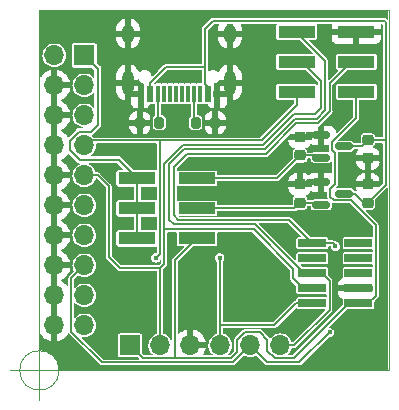
<source format=gbr>
G04 #@! TF.GenerationSoftware,KiCad,Pcbnew,(6.99.0-1917-g23fb4c7433)*
G04 #@! TF.CreationDate,2022-06-21T14:10:18+10:00*
G04 #@! TF.ProjectId,JtagArm20Adapter,4a746167-4172-46d3-9230-416461707465,rev?*
G04 #@! TF.SameCoordinates,PX8404630PY68290a0*
G04 #@! TF.FileFunction,Copper,L1,Top*
G04 #@! TF.FilePolarity,Positive*
%FSLAX46Y46*%
G04 Gerber Fmt 4.6, Leading zero omitted, Abs format (unit mm)*
G04 Created by KiCad (PCBNEW (6.99.0-1917-g23fb4c7433)) date 2022-06-21 14:10:18*
%MOMM*%
%LPD*%
G01*
G04 APERTURE LIST*
G04 Aperture macros list*
%AMRoundRect*
0 Rectangle with rounded corners*
0 $1 Rounding radius*
0 $2 $3 $4 $5 $6 $7 $8 $9 X,Y pos of 4 corners*
0 Add a 4 corners polygon primitive as box body*
4,1,4,$2,$3,$4,$5,$6,$7,$8,$9,$2,$3,0*
0 Add four circle primitives for the rounded corners*
1,1,$1+$1,$2,$3*
1,1,$1+$1,$4,$5*
1,1,$1+$1,$6,$7*
1,1,$1+$1,$8,$9*
0 Add four rect primitives between the rounded corners*
20,1,$1+$1,$2,$3,$4,$5,0*
20,1,$1+$1,$4,$5,$6,$7,0*
20,1,$1+$1,$6,$7,$8,$9,0*
20,1,$1+$1,$8,$9,$2,$3,0*%
G04 Aperture macros list end*
G04 #@! TA.AperFunction,SMDPad,CuDef*
%ADD10R,2.400000X0.740000*%
G04 #@! TD*
G04 #@! TA.AperFunction,ComponentPad*
%ADD11R,1.700000X1.700000*%
G04 #@! TD*
G04 #@! TA.AperFunction,ComponentPad*
%ADD12O,1.700000X1.700000*%
G04 #@! TD*
G04 #@! TA.AperFunction,SMDPad,CuDef*
%ADD13RoundRect,0.225000X0.250000X-0.225000X0.250000X0.225000X-0.250000X0.225000X-0.250000X-0.225000X0*%
G04 #@! TD*
G04 #@! TA.AperFunction,SMDPad,CuDef*
%ADD14RoundRect,0.200000X-0.200000X-0.275000X0.200000X-0.275000X0.200000X0.275000X-0.200000X0.275000X0*%
G04 #@! TD*
G04 #@! TA.AperFunction,SMDPad,CuDef*
%ADD15RoundRect,0.200000X0.200000X0.275000X-0.200000X0.275000X-0.200000X-0.275000X0.200000X-0.275000X0*%
G04 #@! TD*
G04 #@! TA.AperFunction,SMDPad,CuDef*
%ADD16R,3.150000X1.000000*%
G04 #@! TD*
G04 #@! TA.AperFunction,SMDPad,CuDef*
%ADD17RoundRect,0.150000X-0.587500X-0.150000X0.587500X-0.150000X0.587500X0.150000X-0.587500X0.150000X0*%
G04 #@! TD*
G04 #@! TA.AperFunction,SMDPad,CuDef*
%ADD18RoundRect,0.225000X-0.250000X0.225000X-0.250000X-0.225000X0.250000X-0.225000X0.250000X0.225000X0*%
G04 #@! TD*
G04 #@! TA.AperFunction,SMDPad,CuDef*
%ADD19R,0.600000X1.450000*%
G04 #@! TD*
G04 #@! TA.AperFunction,SMDPad,CuDef*
%ADD20R,0.300000X1.450000*%
G04 #@! TD*
G04 #@! TA.AperFunction,ComponentPad*
%ADD21O,1.000000X2.100000*%
G04 #@! TD*
G04 #@! TA.AperFunction,ComponentPad*
%ADD22O,1.000000X1.600000*%
G04 #@! TD*
G04 #@! TA.AperFunction,ViaPad*
%ADD23C,0.450000*%
G04 #@! TD*
G04 #@! TA.AperFunction,Conductor*
%ADD24C,0.200000*%
G04 #@! TD*
G04 #@! TA.AperFunction,Profile*
%ADD25C,0.050000*%
G04 #@! TD*
G04 APERTURE END LIST*
D10*
X27019999Y5679999D03*
X23119999Y5679999D03*
X27019999Y6949999D03*
X23119999Y6949999D03*
X27019999Y8219999D03*
X23119999Y8219999D03*
X27019999Y9489999D03*
X23119999Y9489999D03*
X27019999Y10759999D03*
X23119999Y10759999D03*
D11*
X3809999Y26669999D03*
D12*
X1269999Y26669999D03*
X3809999Y24129999D03*
X1269999Y24129999D03*
X3809999Y21589999D03*
X1269999Y21589999D03*
X3809999Y19049999D03*
X1269999Y19049999D03*
X3809999Y16509999D03*
X1269999Y16509999D03*
X3809999Y13969999D03*
X1269999Y13969999D03*
X3809999Y11429999D03*
X1269999Y11429999D03*
X3809999Y8889999D03*
X1269999Y8889999D03*
X3809999Y6349999D03*
X1269999Y6349999D03*
X3809999Y3809999D03*
X1269999Y3809999D03*
D11*
X7689999Y2129999D03*
D12*
X10229999Y2129999D03*
X12769999Y2129999D03*
X15309999Y2129999D03*
X17849999Y2129999D03*
X20389999Y2129999D03*
D13*
X22070000Y14195000D03*
X22070000Y15745000D03*
D14*
X8495000Y20970000D03*
X10145000Y20970000D03*
D15*
X14895000Y20970000D03*
X13245000Y20970000D03*
D16*
X13344999Y11179999D03*
X8294999Y11179999D03*
X13344999Y13719999D03*
X8294999Y13719999D03*
X13344999Y16259999D03*
X8294999Y16259999D03*
D17*
X23882500Y19920000D03*
X23882500Y18020000D03*
X25757500Y18970000D03*
D16*
X26844999Y23579999D03*
X21794999Y23579999D03*
X26844999Y26119999D03*
X21794999Y26119999D03*
X26844999Y28659999D03*
X21794999Y28659999D03*
D18*
X27820000Y19495000D03*
X27820000Y17945000D03*
D13*
X27820000Y14195000D03*
X27820000Y15745000D03*
D19*
X15069999Y23424999D03*
X14269999Y23424999D03*
D20*
X13069999Y23424999D03*
X12069999Y23424999D03*
X11569999Y23424999D03*
X10569999Y23424999D03*
D19*
X9369999Y23424999D03*
X8569999Y23424999D03*
X8569999Y23424999D03*
X9369999Y23424999D03*
D20*
X10069999Y23424999D03*
X11069999Y23424999D03*
X12569999Y23424999D03*
X13569999Y23424999D03*
D19*
X14269999Y23424999D03*
X15069999Y23424999D03*
D21*
X16139999Y24339999D03*
D22*
X16139999Y28519999D03*
D21*
X7499999Y24339999D03*
D22*
X7499999Y28519999D03*
D17*
X23882500Y15920000D03*
X23882500Y14020000D03*
X25757500Y14970000D03*
D13*
X22070000Y18195000D03*
X22070000Y19745000D03*
D23*
X8107355Y9572475D03*
X16463820Y5266211D03*
X15421808Y17719253D03*
X6570000Y22220000D03*
X20827086Y11326911D03*
X1970000Y1220000D03*
X20586903Y18116568D03*
X28670000Y27320000D03*
X19862388Y14984791D03*
X11794980Y21220000D03*
X26270000Y7020000D03*
X25435696Y12998961D03*
X27859398Y7020000D03*
X2570000Y29220000D03*
X18115995Y8615821D03*
X11820000Y29220000D03*
X23878364Y14938183D03*
X23861273Y17023273D03*
X7191152Y12372945D03*
X18570000Y26220000D03*
X27992182Y21032571D03*
X24327902Y27220000D03*
X13465073Y6816218D03*
X23878364Y18971636D03*
X24261392Y28939885D03*
X22570000Y4620000D03*
X9265574Y12459379D03*
X11285619Y10348185D03*
X5962831Y4946500D03*
X19191753Y5266211D03*
X26229283Y16904654D03*
X25519091Y21637817D03*
X26853761Y1769647D03*
X28680908Y16869455D03*
X11794980Y24995020D03*
X8262936Y18457916D03*
X7225725Y15000546D03*
X9248287Y14948686D03*
X15491923Y14844562D03*
X15270000Y9520000D03*
X9870000Y9520000D03*
X25070000Y10520000D03*
X24570000Y3220000D03*
D24*
X8570000Y21045000D02*
X8495000Y20970000D01*
X15070000Y23425000D02*
X15070000Y21145000D01*
X27020000Y6680000D02*
X27850000Y6680000D01*
X15070000Y21145000D02*
X14895000Y20970000D01*
X8570000Y23425000D02*
X8570000Y21045000D01*
X23950000Y9220000D02*
X23120000Y9220000D01*
X19075704Y18720000D02*
X21070000Y20714296D01*
X21670000Y21320000D02*
X23470000Y21320000D01*
X21070000Y20714296D02*
X21070000Y20720000D01*
X18279520Y12370480D02*
X11419520Y12370480D01*
X12270000Y18720000D02*
X19075704Y18720000D01*
X24570000Y5107919D02*
X24570000Y7569022D01*
X21795000Y28595000D02*
X21795000Y28660000D01*
X23120000Y7950000D02*
X22140000Y7950000D01*
X11020480Y17470480D02*
X12270000Y18720000D01*
X24172852Y26217148D02*
X21795000Y28595000D01*
X24570000Y7569022D02*
X23919022Y8220000D01*
X23120000Y8220000D02*
X22430000Y8220000D01*
X22430000Y8220000D02*
X18279520Y12370480D01*
X21070000Y20720000D02*
X21670000Y21320000D01*
X24172852Y22022852D02*
X24172852Y26217148D01*
X20390000Y2130000D02*
X21592081Y2130000D01*
X21592081Y2130000D02*
X24570000Y5107919D01*
X11419520Y12370480D02*
X11020480Y12769520D01*
X11020480Y12769520D02*
X11020480Y17470480D01*
X23919022Y8220000D02*
X23120000Y8220000D01*
X23470000Y21320000D02*
X24172852Y22022852D01*
X5870000Y15620000D02*
X5870000Y9620000D01*
X10570000Y17514296D02*
X10570000Y12120000D01*
X18140489Y11929511D02*
X10570000Y11929511D01*
X21470000Y8600000D02*
X18140489Y11929511D01*
X18975704Y19114296D02*
X12170000Y19114296D01*
X23823332Y22173332D02*
X23319520Y21669520D01*
X23120000Y6950000D02*
X22320978Y6950000D01*
X22220000Y26120000D02*
X23823332Y24516668D01*
X23319520Y21669520D02*
X21525223Y21669519D01*
X23823332Y24516668D02*
X23823332Y22173332D01*
X3810000Y16510000D02*
X4980000Y16510000D01*
X21470000Y7800978D02*
X21470000Y8600000D01*
X21795000Y26120000D02*
X22220000Y26120000D01*
X10570000Y9020000D02*
X10230000Y8680000D01*
X10230000Y8680000D02*
X10230000Y2130000D01*
X6810000Y8680000D02*
X10230000Y8680000D01*
X22320978Y6950000D02*
X21470000Y7800978D01*
X4980000Y16510000D02*
X5870000Y15620000D01*
X10570000Y12220000D02*
X10570000Y9020000D01*
X5870000Y9620000D02*
X6810000Y8680000D01*
X21525223Y21669519D02*
X18975704Y19120000D01*
X18975704Y19120000D02*
X18975704Y19114296D01*
X12170000Y19114296D02*
X10570000Y17514296D01*
X10220481Y9870481D02*
X10220481Y19458113D01*
X15310000Y3860000D02*
X15310000Y2130000D01*
X9870000Y9520000D02*
X10220481Y9870481D01*
X15310000Y9480000D02*
X15310000Y3860000D01*
X19910000Y3860000D02*
X15310000Y3860000D01*
X10220481Y19458113D02*
X10226184Y19463816D01*
X21795000Y22445000D02*
X21795000Y23580000D01*
X18813816Y19463816D02*
X21795000Y22445000D01*
X15270000Y9520000D02*
X15310000Y9480000D01*
X4223816Y19463816D02*
X10226184Y19463816D01*
X21730000Y5680000D02*
X19910000Y3860000D01*
X3810000Y19050000D02*
X4223816Y19463816D01*
X10226184Y19463816D02*
X18813816Y19463816D01*
X23120000Y5680000D02*
X21730000Y5680000D01*
X3810000Y26670000D02*
X4959511Y25520489D01*
X8295000Y16260000D02*
X8295000Y11180000D01*
X3409511Y17820000D02*
X6735000Y17820000D01*
X4959511Y25520489D02*
X4959511Y20809511D01*
X4959511Y20809511D02*
X4349511Y20199511D01*
X4349511Y20199511D02*
X3333856Y20199511D01*
X3333856Y20199511D02*
X2570000Y19435655D01*
X2570000Y19435655D02*
X2570000Y18659511D01*
X2570000Y18659511D02*
X3409511Y17820000D01*
X6735000Y17820000D02*
X8295000Y16260000D01*
X19170000Y18320000D02*
X21770000Y20920000D01*
X16390479Y670480D02*
X17850000Y2130000D01*
X26370000Y26120000D02*
X26845000Y26120000D01*
X21160000Y12720000D02*
X11770978Y12720000D01*
X3810000Y8890000D02*
X2710489Y7790489D01*
X11370000Y17220000D02*
X12470000Y18320000D01*
X21770000Y20920000D02*
X23564295Y20920000D01*
X12470000Y18320000D02*
X19170000Y18320000D01*
X24570000Y3220000D02*
X22020480Y670480D01*
X23564295Y20920000D02*
X24570000Y21925705D01*
X25070000Y10520000D02*
X24830000Y10760000D01*
X5324040Y670480D02*
X16390479Y670480D01*
X2710489Y3284031D02*
X5324040Y670480D01*
X22020480Y670480D02*
X19309519Y670481D01*
X24830000Y10760000D02*
X23120000Y10760000D01*
X19309519Y670481D02*
X17850000Y2130000D01*
X24570000Y24320000D02*
X26370000Y26120000D01*
X11370000Y13120978D02*
X11370000Y17220000D01*
X2710489Y7790489D02*
X2710489Y3284031D01*
X11770978Y12720000D02*
X11370000Y13120978D01*
X23120000Y10760000D02*
X21160000Y12720000D01*
X24570000Y21925705D02*
X24570000Y24320000D01*
X14035479Y25685479D02*
X14035479Y24254521D01*
X27820000Y14195000D02*
X29320000Y15695000D01*
X9370000Y24350000D02*
X10705479Y25685479D01*
X14035479Y28935479D02*
X14035479Y25685479D01*
X27295000Y18970000D02*
X27820000Y19495000D01*
X29220480Y29569520D02*
X14669520Y29569520D01*
X25757500Y18970000D02*
X27295000Y18970000D01*
X29320000Y19470000D02*
X29320000Y29470000D01*
X29320000Y29470000D02*
X29220480Y29569520D01*
X14669520Y29569520D02*
X14035479Y28935479D01*
X14035479Y24254521D02*
X14270000Y24020000D01*
X14270000Y24020000D02*
X14270000Y23425000D01*
X9370000Y23425000D02*
X9370000Y24350000D01*
X29295000Y19495000D02*
X29320000Y19470000D01*
X27820000Y19495000D02*
X29295000Y19495000D01*
X29320000Y15695000D02*
X29320000Y19470000D01*
X10705479Y25685479D02*
X14035479Y25685479D01*
X26742032Y14970000D02*
X27517032Y14195000D01*
X25757500Y14970000D02*
X26742032Y14970000D01*
X27517032Y14195000D02*
X27820000Y14195000D01*
X22070000Y18195000D02*
X23707500Y18195000D01*
X13345000Y16260000D02*
X20135000Y16260000D01*
X23707500Y18195000D02*
X23882500Y18020000D01*
X20135000Y16260000D02*
X22070000Y18195000D01*
X13345000Y13720000D02*
X21595000Y13720000D01*
X23707500Y14195000D02*
X23882500Y14020000D01*
X22070000Y14195000D02*
X23707500Y14195000D01*
X21595000Y13720000D02*
X22070000Y14195000D01*
X24635486Y14704994D02*
X24920480Y14420000D01*
X16750489Y2585433D02*
X16750489Y1524785D01*
X24635486Y15370480D02*
X24635486Y14704994D01*
X8800000Y1020000D02*
X11470000Y1020000D01*
X11470000Y1020000D02*
X11470000Y9305000D01*
X26845000Y21395000D02*
X24770480Y19320480D01*
X28469511Y12320489D02*
X28469511Y6299511D01*
X25004514Y15739508D02*
X24635486Y15370480D01*
X19290489Y2585433D02*
X18646411Y3229511D01*
X27850000Y5680000D02*
X27020000Y5680000D01*
X16245704Y1020000D02*
X11470000Y1020000D01*
X7690000Y2130000D02*
X8800000Y1020000D01*
X24770480Y19320480D02*
X24770480Y18654514D01*
X26370000Y14420000D02*
X28469511Y12320489D01*
X11470000Y9305000D02*
X13345000Y11180000D01*
X16750489Y1524785D02*
X16245704Y1020000D01*
X28469511Y6299511D02*
X27850000Y5680000D01*
X26845000Y23580000D02*
X26845000Y21395000D01*
X24920480Y14420000D02*
X26370000Y14420000D01*
X18646411Y3229511D02*
X17394567Y3229511D01*
X19945056Y1020000D02*
X19290489Y1674567D01*
X19290489Y1674567D02*
X19290489Y2585433D01*
X24770480Y18654514D02*
X25004514Y18420480D01*
X27020000Y5680000D02*
X26190000Y5680000D01*
X21530000Y1020000D02*
X19945056Y1020000D01*
X25004514Y18420480D02*
X25004514Y15739508D01*
X17394567Y3229511D02*
X16750489Y2585433D01*
X26190000Y5680000D02*
X21530000Y1020000D01*
X13070000Y23425000D02*
X13070000Y21145000D01*
X13070000Y21145000D02*
X13245000Y20970000D01*
X10070000Y23425000D02*
X10070000Y21045000D01*
X10070000Y21045000D02*
X10145000Y20970000D01*
G04 #@! TA.AperFunction,Conductor*
G36*
X29530148Y30440148D02*
G01*
X29544500Y30405500D01*
X29544500Y29718057D01*
X29530148Y29683409D01*
X29495500Y29669057D01*
X29460852Y29683409D01*
X29418473Y29725788D01*
X29412382Y29733209D01*
X29401081Y29750121D01*
X29348016Y29785577D01*
X29318221Y29805486D01*
X29313487Y29806428D01*
X29313486Y29806428D01*
X29225216Y29823986D01*
X29220480Y29824928D01*
X29200540Y29820962D01*
X29190983Y29820020D01*
X14699017Y29820020D01*
X14689460Y29820962D01*
X14669520Y29824928D01*
X14664784Y29823986D01*
X14576514Y29806428D01*
X14576513Y29806428D01*
X14571779Y29805486D01*
X14541984Y29785577D01*
X14488919Y29750121D01*
X14486238Y29746108D01*
X14486236Y29746106D01*
X14477621Y29733212D01*
X14471527Y29725787D01*
X13879212Y29133472D01*
X13871787Y29127378D01*
X13854878Y29116080D01*
X13819422Y29063015D01*
X13799513Y29033220D01*
X13780071Y28935479D01*
X13781013Y28930744D01*
X13784037Y28915542D01*
X13784979Y28905982D01*
X13784979Y25984979D01*
X13770627Y25950331D01*
X13735979Y25935979D01*
X10734981Y25935979D01*
X10725421Y25936921D01*
X10705479Y25940888D01*
X10700744Y25939946D01*
X10612472Y25922387D01*
X10612470Y25922386D01*
X10607739Y25921445D01*
X10551749Y25884034D01*
X10524878Y25866080D01*
X10522198Y25862069D01*
X10513582Y25849174D01*
X10507488Y25841749D01*
X10035140Y25369400D01*
X9583666Y24917926D01*
X9549018Y24903574D01*
X9514370Y24917926D01*
X9500437Y24946178D01*
X9491106Y25017054D01*
X9491106Y25017055D01*
X9490687Y25020236D01*
X9489460Y25023198D01*
X9489459Y25023202D01*
X9433927Y25157267D01*
X9433925Y25157270D01*
X9432698Y25160233D01*
X9340451Y25280451D01*
X9220233Y25372698D01*
X9217270Y25373925D01*
X9217267Y25373927D01*
X9083202Y25429459D01*
X9083198Y25429460D01*
X9080236Y25430687D01*
X9077055Y25431106D01*
X9077054Y25431106D01*
X9047635Y25434979D01*
X8967720Y25445500D01*
X8892280Y25445500D01*
X8812365Y25434979D01*
X8782946Y25431106D01*
X8782945Y25431106D01*
X8779764Y25430687D01*
X8776802Y25429460D01*
X8776798Y25429459D01*
X8642733Y25373927D01*
X8642730Y25373925D01*
X8639767Y25372698D01*
X8519549Y25280451D01*
X8515537Y25275223D01*
X8483059Y25256475D01*
X8446834Y25266183D01*
X8433452Y25281958D01*
X8343312Y25450599D01*
X8340649Y25454584D01*
X8217736Y25604355D01*
X8214355Y25607736D01*
X8064584Y25730649D01*
X8060599Y25733312D01*
X7889740Y25824638D01*
X7885301Y25826477D01*
X7763327Y25863478D01*
X7755903Y25862746D01*
X7754000Y25860427D01*
X7754000Y24603747D01*
X7756855Y24596855D01*
X7763747Y24594000D01*
X8306253Y24594000D01*
X8313145Y24596855D01*
X8319730Y24612752D01*
X8320300Y24612516D01*
X8330352Y24636782D01*
X8365000Y24651134D01*
X8399648Y24636782D01*
X8410270Y24620885D01*
X8417369Y24603747D01*
X8427302Y24579767D01*
X8519549Y24459549D01*
X8639767Y24367302D01*
X8642730Y24366075D01*
X8642733Y24366073D01*
X8776798Y24310541D01*
X8776802Y24310540D01*
X8779764Y24309313D01*
X8782944Y24308894D01*
X8786051Y24308062D01*
X8785668Y24306632D01*
X8813877Y24290343D01*
X8824000Y24260517D01*
X8824000Y22201747D01*
X8826855Y22194855D01*
X8833747Y22192000D01*
X8917270Y22192000D01*
X8919905Y22192141D01*
X8976048Y22198178D01*
X8981961Y22199574D01*
X9112679Y22248330D01*
X9118769Y22251655D01*
X9230100Y22334997D01*
X9235003Y22339900D01*
X9318345Y22451231D01*
X9321670Y22457321D01*
X9344162Y22517624D01*
X9369717Y22545072D01*
X9390073Y22549500D01*
X9684820Y22549500D01*
X9728722Y22558233D01*
X9732734Y22560914D01*
X9732737Y22560915D01*
X9743278Y22567958D01*
X9780060Y22575274D01*
X9811242Y22554438D01*
X9819500Y22527216D01*
X9819500Y21604375D01*
X9805148Y21569727D01*
X9792020Y21560354D01*
X9738517Y21534198D01*
X9655802Y21451483D01*
X9654018Y21447835D01*
X9654018Y21447834D01*
X9618917Y21376032D01*
X9604427Y21346393D01*
X9603879Y21342629D01*
X9603878Y21342627D01*
X9598153Y21303335D01*
X9594500Y21278260D01*
X9594500Y20661740D01*
X9594756Y20659983D01*
X9603820Y20597775D01*
X9604427Y20593607D01*
X9606097Y20590190D01*
X9606098Y20590188D01*
X9654018Y20492166D01*
X9655802Y20488517D01*
X9738517Y20405802D01*
X9742165Y20404018D01*
X9742166Y20404018D01*
X9840188Y20356098D01*
X9840190Y20356097D01*
X9843607Y20354427D01*
X9847371Y20353879D01*
X9847373Y20353878D01*
X9909027Y20344895D01*
X9911740Y20344500D01*
X10378260Y20344500D01*
X10380973Y20344895D01*
X10442627Y20353878D01*
X10442629Y20353879D01*
X10446393Y20354427D01*
X10449810Y20356097D01*
X10449812Y20356098D01*
X10547834Y20404018D01*
X10547835Y20404018D01*
X10551483Y20405802D01*
X10634198Y20488517D01*
X10635982Y20492166D01*
X10683902Y20590188D01*
X10683903Y20590190D01*
X10685573Y20593607D01*
X10686181Y20597775D01*
X10695244Y20659983D01*
X10695500Y20661740D01*
X10695500Y21278260D01*
X10691847Y21303335D01*
X10686122Y21342627D01*
X10686121Y21342629D01*
X10685573Y21346393D01*
X10671084Y21376032D01*
X10635982Y21447834D01*
X10635982Y21447835D01*
X10634198Y21451483D01*
X10551483Y21534198D01*
X10478807Y21569727D01*
X10449812Y21583902D01*
X10449810Y21583903D01*
X10446393Y21585573D01*
X10442629Y21586121D01*
X10442627Y21586122D01*
X10380017Y21595244D01*
X10378260Y21595500D01*
X10369500Y21595500D01*
X10334852Y21609852D01*
X10320500Y21644500D01*
X10320500Y22506638D01*
X10334852Y22541286D01*
X10369500Y22555638D01*
X10379058Y22554696D01*
X10405180Y22549500D01*
X10734820Y22549500D01*
X10778722Y22558233D01*
X10782734Y22560914D01*
X10782737Y22560915D01*
X10792778Y22567624D01*
X10829560Y22574940D01*
X10847222Y22567624D01*
X10857263Y22560915D01*
X10857266Y22560914D01*
X10861278Y22558233D01*
X10905180Y22549500D01*
X11234820Y22549500D01*
X11278722Y22558233D01*
X11282734Y22560914D01*
X11282737Y22560915D01*
X11292778Y22567624D01*
X11329560Y22574940D01*
X11347222Y22567624D01*
X11357263Y22560915D01*
X11357266Y22560914D01*
X11361278Y22558233D01*
X11405180Y22549500D01*
X11734820Y22549500D01*
X11778722Y22558233D01*
X11782734Y22560914D01*
X11782737Y22560915D01*
X11792778Y22567624D01*
X11829560Y22574940D01*
X11847222Y22567624D01*
X11857263Y22560915D01*
X11857266Y22560914D01*
X11861278Y22558233D01*
X11905180Y22549500D01*
X12234820Y22549500D01*
X12278722Y22558233D01*
X12282734Y22560914D01*
X12282737Y22560915D01*
X12292778Y22567624D01*
X12329560Y22574940D01*
X12347222Y22567624D01*
X12357263Y22560915D01*
X12357266Y22560914D01*
X12361278Y22558233D01*
X12405180Y22549500D01*
X12734820Y22549500D01*
X12760941Y22554696D01*
X12797722Y22547380D01*
X12818558Y22516198D01*
X12819500Y22506638D01*
X12819500Y21535477D01*
X12805148Y21500829D01*
X12755802Y21451483D01*
X12754018Y21447835D01*
X12754018Y21447834D01*
X12718917Y21376032D01*
X12704427Y21346393D01*
X12703879Y21342629D01*
X12703878Y21342627D01*
X12698153Y21303335D01*
X12694500Y21278260D01*
X12694500Y20661740D01*
X12694756Y20659983D01*
X12703820Y20597775D01*
X12704427Y20593607D01*
X12706097Y20590190D01*
X12706098Y20590188D01*
X12754018Y20492166D01*
X12755802Y20488517D01*
X12838517Y20405802D01*
X12842165Y20404018D01*
X12842166Y20404018D01*
X12940188Y20356098D01*
X12940190Y20356097D01*
X12943607Y20354427D01*
X12947371Y20353879D01*
X12947373Y20353878D01*
X13009027Y20344895D01*
X13011740Y20344500D01*
X13478260Y20344500D01*
X13480973Y20344895D01*
X13542627Y20353878D01*
X13542629Y20353879D01*
X13546393Y20354427D01*
X13549810Y20356097D01*
X13549812Y20356098D01*
X13647834Y20404018D01*
X13647835Y20404018D01*
X13651483Y20405802D01*
X13734198Y20488517D01*
X13735982Y20492166D01*
X13783902Y20590188D01*
X13783903Y20590190D01*
X13785573Y20593607D01*
X13786181Y20597775D01*
X13792171Y20638892D01*
X13987001Y20638892D01*
X13987102Y20636665D01*
X13993248Y20569021D01*
X13994253Y20563968D01*
X14043751Y20405123D01*
X14046166Y20399758D01*
X14132049Y20257691D01*
X14135676Y20253061D01*
X14253061Y20135676D01*
X14257691Y20132049D01*
X14399758Y20046166D01*
X14405123Y20043751D01*
X14563968Y19994253D01*
X14569021Y19993248D01*
X14632426Y19987486D01*
X14638145Y19989855D01*
X14641000Y19996747D01*
X14641000Y19996748D01*
X15149000Y19996748D01*
X15151855Y19989856D01*
X15157574Y19987487D01*
X15220979Y19993248D01*
X15226032Y19994253D01*
X15384877Y20043751D01*
X15390242Y20046166D01*
X15532309Y20132049D01*
X15536939Y20135676D01*
X15654324Y20253061D01*
X15657951Y20257691D01*
X15743834Y20399758D01*
X15746249Y20405123D01*
X15795747Y20563968D01*
X15796752Y20569021D01*
X15802899Y20636664D01*
X15803000Y20638891D01*
X15803000Y20706253D01*
X15800145Y20713145D01*
X15793253Y20716000D01*
X15158747Y20716000D01*
X15151855Y20713145D01*
X15149000Y20706253D01*
X15149000Y19996748D01*
X14641000Y19996748D01*
X14641000Y20706253D01*
X14638145Y20713145D01*
X14631253Y20716000D01*
X13996748Y20716000D01*
X13989856Y20713145D01*
X13987001Y20706253D01*
X13987001Y20638892D01*
X13792171Y20638892D01*
X13795244Y20659983D01*
X13795500Y20661740D01*
X13795500Y21233747D01*
X13987000Y21233747D01*
X13989855Y21226855D01*
X13996747Y21224000D01*
X14631253Y21224000D01*
X14638145Y21226855D01*
X14641000Y21233747D01*
X15149000Y21233747D01*
X15151855Y21226855D01*
X15158747Y21224000D01*
X15793252Y21224000D01*
X15800144Y21226855D01*
X15802999Y21233747D01*
X15802999Y21301108D01*
X15802898Y21303335D01*
X15796752Y21370979D01*
X15795747Y21376032D01*
X15746249Y21534877D01*
X15743834Y21540242D01*
X15657951Y21682309D01*
X15654324Y21686939D01*
X15536939Y21804324D01*
X15532309Y21807951D01*
X15390242Y21893834D01*
X15384877Y21896249D01*
X15226032Y21945747D01*
X15220979Y21946752D01*
X15157574Y21952514D01*
X15151855Y21950145D01*
X15149000Y21943253D01*
X15149000Y21233747D01*
X14641000Y21233747D01*
X14641000Y21943252D01*
X14638145Y21950144D01*
X14632426Y21952513D01*
X14569021Y21946752D01*
X14563968Y21945747D01*
X14405123Y21896249D01*
X14399758Y21893834D01*
X14257691Y21807951D01*
X14253061Y21804324D01*
X14135676Y21686939D01*
X14132049Y21682309D01*
X14046166Y21540242D01*
X14043751Y21534877D01*
X13994253Y21376032D01*
X13993248Y21370979D01*
X13987101Y21303336D01*
X13987000Y21301109D01*
X13987000Y21233747D01*
X13795500Y21233747D01*
X13795500Y21278260D01*
X13791847Y21303335D01*
X13786122Y21342627D01*
X13786121Y21342629D01*
X13785573Y21346393D01*
X13771084Y21376032D01*
X13735982Y21447834D01*
X13735982Y21447835D01*
X13734198Y21451483D01*
X13651483Y21534198D01*
X13578807Y21569727D01*
X13549812Y21583902D01*
X13549810Y21583903D01*
X13546393Y21585573D01*
X13542629Y21586121D01*
X13542627Y21586122D01*
X13480017Y21595244D01*
X13478260Y21595500D01*
X13369500Y21595500D01*
X13334852Y21609852D01*
X13320500Y21644500D01*
X13320500Y22506638D01*
X13334852Y22541286D01*
X13369500Y22555638D01*
X13379058Y22554696D01*
X13405180Y22549500D01*
X13734820Y22549500D01*
X13778722Y22558233D01*
X13817778Y22584329D01*
X13854559Y22591646D01*
X13872221Y22584330D01*
X13911278Y22558233D01*
X13955180Y22549500D01*
X14249927Y22549500D01*
X14284575Y22535148D01*
X14295838Y22517624D01*
X14318330Y22457321D01*
X14321655Y22451231D01*
X14404997Y22339900D01*
X14409900Y22334997D01*
X14521231Y22251655D01*
X14527321Y22248330D01*
X14658039Y22199574D01*
X14663952Y22198178D01*
X14720095Y22192141D01*
X14722730Y22192000D01*
X14806253Y22192000D01*
X14813145Y22194855D01*
X14816000Y22201747D01*
X15324000Y22201747D01*
X15326855Y22194855D01*
X15333747Y22192000D01*
X15417270Y22192000D01*
X15419905Y22192141D01*
X15476048Y22198178D01*
X15481961Y22199574D01*
X15612679Y22248330D01*
X15618769Y22251655D01*
X15730100Y22334997D01*
X15735003Y22339900D01*
X15818345Y22451231D01*
X15821670Y22457321D01*
X15870426Y22588039D01*
X15871822Y22593952D01*
X15877859Y22650095D01*
X15878000Y22652730D01*
X15878000Y22792291D01*
X15885326Y22812767D01*
X15886000Y22817310D01*
X15886000Y22823440D01*
X16394000Y22823440D01*
X16396855Y22816548D01*
X16399627Y22815400D01*
X16525301Y22853523D01*
X16529740Y22855362D01*
X16700599Y22946688D01*
X16704584Y22949351D01*
X16854355Y23072264D01*
X16857736Y23075645D01*
X16980649Y23225416D01*
X16983312Y23229401D01*
X17074638Y23400260D01*
X17076477Y23404699D01*
X17132717Y23590096D01*
X17133651Y23594789D01*
X17147882Y23739283D01*
X17148000Y23741686D01*
X17148000Y24076253D01*
X17145145Y24083145D01*
X17138253Y24086000D01*
X16403747Y24086000D01*
X16396855Y24083145D01*
X16394000Y24076253D01*
X16394000Y22823440D01*
X15886000Y22823440D01*
X15886000Y23161253D01*
X15883145Y23168145D01*
X15876253Y23171000D01*
X15333747Y23171000D01*
X15326855Y23168145D01*
X15324000Y23161253D01*
X15324000Y22201747D01*
X14816000Y22201747D01*
X14816000Y23161253D01*
X14813145Y23168145D01*
X14806253Y23171000D01*
X14769500Y23171000D01*
X14734852Y23185352D01*
X14720500Y23220000D01*
X14720500Y23630000D01*
X14734852Y23664648D01*
X14769500Y23679000D01*
X14806253Y23679000D01*
X14813145Y23681855D01*
X14816000Y23688747D01*
X15324000Y23688747D01*
X15326855Y23681855D01*
X15333747Y23679000D01*
X15876253Y23679000D01*
X15883145Y23681855D01*
X15886000Y23688747D01*
X15886000Y24076253D01*
X15883145Y24083145D01*
X15876253Y24086000D01*
X15333747Y24086000D01*
X15326855Y24083145D01*
X15324000Y24076253D01*
X15324000Y23688747D01*
X14816000Y23688747D01*
X14816000Y24260517D01*
X14830352Y24295165D01*
X14854247Y24306950D01*
X14853949Y24308062D01*
X14857056Y24308894D01*
X14860236Y24309313D01*
X14863198Y24310540D01*
X14863202Y24310541D01*
X14997267Y24366073D01*
X14997270Y24366075D01*
X15000233Y24367302D01*
X15120451Y24459549D01*
X15212698Y24579767D01*
X15222631Y24603747D01*
X15229730Y24620885D01*
X15256248Y24647404D01*
X15293751Y24647404D01*
X15320270Y24620886D01*
X15323383Y24605238D01*
X15326855Y24596855D01*
X15333747Y24594000D01*
X15876253Y24594000D01*
X15883145Y24596855D01*
X15886000Y24603747D01*
X16394000Y24603747D01*
X16396855Y24596855D01*
X16403747Y24594000D01*
X17138253Y24594000D01*
X17145145Y24596855D01*
X17148000Y24603747D01*
X17148000Y24938314D01*
X17147882Y24940717D01*
X17133651Y25085211D01*
X17132717Y25089904D01*
X17076477Y25275301D01*
X17074638Y25279740D01*
X16983312Y25450599D01*
X16980649Y25454584D01*
X16857736Y25604355D01*
X16854355Y25607736D01*
X16704584Y25730649D01*
X16700599Y25733312D01*
X16529740Y25824638D01*
X16525301Y25826477D01*
X16403327Y25863478D01*
X16395903Y25862746D01*
X16394000Y25860427D01*
X16394000Y24603747D01*
X15886000Y24603747D01*
X15886000Y25856560D01*
X15883145Y25863452D01*
X15880373Y25864600D01*
X15754699Y25826477D01*
X15750260Y25824638D01*
X15579401Y25733312D01*
X15575416Y25730649D01*
X15425645Y25607736D01*
X15422264Y25604355D01*
X15299351Y25454584D01*
X15296688Y25450599D01*
X15206548Y25281958D01*
X15177558Y25258166D01*
X15140236Y25261842D01*
X15124463Y25275222D01*
X15120451Y25280451D01*
X15000233Y25372698D01*
X14997270Y25373925D01*
X14997267Y25373927D01*
X14863202Y25429459D01*
X14863198Y25429460D01*
X14860236Y25430687D01*
X14857055Y25431106D01*
X14857054Y25431106D01*
X14827635Y25434979D01*
X14747720Y25445500D01*
X14672280Y25445500D01*
X14592365Y25434979D01*
X14562946Y25431106D01*
X14562945Y25431106D01*
X14559764Y25430687D01*
X14556802Y25429460D01*
X14556798Y25429459D01*
X14422733Y25373927D01*
X14422730Y25373925D01*
X14419767Y25372698D01*
X14364807Y25330525D01*
X14328583Y25320819D01*
X14296105Y25339570D01*
X14285979Y25369400D01*
X14285979Y25655982D01*
X14286921Y25665542D01*
X14288359Y25672768D01*
X14290887Y25685479D01*
X14286921Y25705419D01*
X14285979Y25714976D01*
X14285979Y28171686D01*
X15132000Y28171686D01*
X15132118Y28169283D01*
X15146349Y28024789D01*
X15147283Y28020096D01*
X15203523Y27834699D01*
X15205362Y27830260D01*
X15296688Y27659401D01*
X15299351Y27655416D01*
X15422264Y27505645D01*
X15425645Y27502264D01*
X15575416Y27379351D01*
X15579401Y27376688D01*
X15750260Y27285362D01*
X15754699Y27283523D01*
X15876673Y27246522D01*
X15884097Y27247254D01*
X15886000Y27249573D01*
X15886000Y27253440D01*
X16394000Y27253440D01*
X16396855Y27246548D01*
X16399627Y27245400D01*
X16525301Y27283523D01*
X16529740Y27285362D01*
X16700599Y27376688D01*
X16704584Y27379351D01*
X16854355Y27502264D01*
X16857736Y27505645D01*
X16980649Y27655416D01*
X16983312Y27659401D01*
X17074638Y27830260D01*
X17076477Y27834699D01*
X17132717Y28020096D01*
X17133651Y28024789D01*
X17147882Y28169283D01*
X17148000Y28171686D01*
X17148000Y28256253D01*
X17145145Y28263145D01*
X17138253Y28266000D01*
X16403747Y28266000D01*
X16396855Y28263145D01*
X16394000Y28256253D01*
X16394000Y27253440D01*
X15886000Y27253440D01*
X15886000Y28256253D01*
X15883145Y28263145D01*
X15876253Y28266000D01*
X15141747Y28266000D01*
X15134855Y28263145D01*
X15132000Y28256253D01*
X15132000Y28171686D01*
X14285979Y28171686D01*
X14285979Y28811423D01*
X14300331Y28846071D01*
X14758928Y29304668D01*
X14793576Y29319020D01*
X15182022Y29319020D01*
X15216670Y29304668D01*
X15231022Y29270020D01*
X15225236Y29246922D01*
X15205362Y29209741D01*
X15203523Y29205301D01*
X15147283Y29019904D01*
X15146349Y29015211D01*
X15132118Y28870717D01*
X15132000Y28868314D01*
X15132000Y28783747D01*
X15134855Y28776855D01*
X15141747Y28774000D01*
X15876253Y28774000D01*
X15883145Y28776855D01*
X15886000Y28783747D01*
X15886000Y29270020D01*
X15900352Y29304668D01*
X15935000Y29319020D01*
X16345000Y29319020D01*
X16379648Y29304668D01*
X16394000Y29270020D01*
X16394000Y28783747D01*
X16396855Y28776855D01*
X16403747Y28774000D01*
X17138253Y28774000D01*
X17145145Y28776855D01*
X17148000Y28783747D01*
X17148000Y28868314D01*
X17147882Y28870717D01*
X17133651Y29015211D01*
X17132717Y29019904D01*
X17076477Y29205301D01*
X17074638Y29209741D01*
X17054764Y29246922D01*
X17051088Y29284244D01*
X17074880Y29313234D01*
X17097978Y29319020D01*
X20053577Y29319020D01*
X20088225Y29304668D01*
X20102577Y29270020D01*
X20094319Y29242798D01*
X20080915Y29222737D01*
X20080914Y29222734D01*
X20078233Y29218722D01*
X20069500Y29174820D01*
X20069500Y28145180D01*
X20078233Y28101278D01*
X20111496Y28051496D01*
X20161278Y28018233D01*
X20205180Y28009500D01*
X22005944Y28009500D01*
X22040592Y27995148D01*
X23181591Y26854148D01*
X23195943Y26819500D01*
X23181591Y26784852D01*
X23146943Y26770500D01*
X20205180Y26770500D01*
X20161278Y26761767D01*
X20111496Y26728504D01*
X20078233Y26678722D01*
X20069500Y26634820D01*
X20069500Y25605180D01*
X20078233Y25561278D01*
X20111496Y25511496D01*
X20161278Y25478233D01*
X20205180Y25469500D01*
X22495944Y25469500D01*
X22530592Y25455148D01*
X23558480Y24427259D01*
X23572832Y24392611D01*
X23572832Y24208864D01*
X23558480Y24174216D01*
X23523832Y24159864D01*
X23489184Y24174216D01*
X23483091Y24181640D01*
X23481186Y24184491D01*
X23481184Y24184493D01*
X23478504Y24188504D01*
X23428722Y24221767D01*
X23384820Y24230500D01*
X20205180Y24230500D01*
X20161278Y24221767D01*
X20111496Y24188504D01*
X20078233Y24138722D01*
X20069500Y24094820D01*
X20069500Y23065180D01*
X20078233Y23021278D01*
X20111496Y22971496D01*
X20161278Y22938233D01*
X20205180Y22929500D01*
X21495500Y22929500D01*
X21530148Y22915148D01*
X21544500Y22880500D01*
X21544500Y22569057D01*
X21530148Y22534409D01*
X18724408Y19728668D01*
X18689760Y19714316D01*
X10255681Y19714316D01*
X10246124Y19715258D01*
X10226184Y19719224D01*
X10206244Y19715258D01*
X10196687Y19714316D01*
X4582274Y19714316D01*
X4547626Y19728668D01*
X4544410Y19732215D01*
X4520883Y19760883D01*
X4438366Y19828604D01*
X4420688Y19861677D01*
X4431575Y19897566D01*
X4451753Y19912172D01*
X4455480Y19913616D01*
X4459944Y19914450D01*
X4463802Y19916839D01*
X4463805Y19916840D01*
X4487076Y19931249D01*
X4493079Y19934413D01*
X4518125Y19945472D01*
X4518126Y19945473D01*
X4522276Y19947305D01*
X4533323Y19958352D01*
X4542176Y19965365D01*
X4551605Y19971203D01*
X4551606Y19971204D01*
X4555463Y19973592D01*
X4558196Y19977211D01*
X4558198Y19977213D01*
X4574697Y19999062D01*
X4579152Y20004181D01*
X5132473Y20557502D01*
X5137592Y20561957D01*
X5139673Y20563528D01*
X5143739Y20565553D01*
X5146798Y20568908D01*
X5146800Y20568910D01*
X5176142Y20601097D01*
X5177705Y20602734D01*
X5191685Y20616714D01*
X5193709Y20619669D01*
X5197924Y20624991D01*
X5199434Y20626648D01*
X5210597Y20638892D01*
X7587001Y20638892D01*
X7587102Y20636665D01*
X7593248Y20569021D01*
X7594253Y20563968D01*
X7643751Y20405123D01*
X7646166Y20399758D01*
X7732049Y20257691D01*
X7735676Y20253061D01*
X7853061Y20135676D01*
X7857691Y20132049D01*
X7999758Y20046166D01*
X8005123Y20043751D01*
X8163968Y19994253D01*
X8169021Y19993248D01*
X8232426Y19987486D01*
X8238145Y19989855D01*
X8241000Y19996747D01*
X8241000Y19996748D01*
X8749000Y19996748D01*
X8751855Y19989856D01*
X8757574Y19987487D01*
X8820979Y19993248D01*
X8826032Y19994253D01*
X8984877Y20043751D01*
X8990242Y20046166D01*
X9132309Y20132049D01*
X9136939Y20135676D01*
X9254324Y20253061D01*
X9257951Y20257691D01*
X9343834Y20399758D01*
X9346249Y20405123D01*
X9395747Y20563968D01*
X9396752Y20569021D01*
X9402899Y20636664D01*
X9403000Y20638891D01*
X9403000Y20706253D01*
X9400145Y20713145D01*
X9393253Y20716000D01*
X8758747Y20716000D01*
X8751855Y20713145D01*
X8749000Y20706253D01*
X8749000Y19996748D01*
X8241000Y19996748D01*
X8241000Y20706253D01*
X8238145Y20713145D01*
X8231253Y20716000D01*
X7596748Y20716000D01*
X7589856Y20713145D01*
X7587001Y20706253D01*
X7587001Y20638892D01*
X5210597Y20638892D01*
X5219427Y20648578D01*
X5221973Y20655148D01*
X5225075Y20663156D01*
X5230337Y20673139D01*
X5239167Y20686030D01*
X5240207Y20690450D01*
X5240208Y20690453D01*
X5246474Y20717094D01*
X5248479Y20723569D01*
X5260011Y20753338D01*
X5260011Y20768965D01*
X5261313Y20780184D01*
X5263850Y20790969D01*
X5263850Y20790971D01*
X5264890Y20795392D01*
X5260481Y20826998D01*
X5260011Y20833768D01*
X5260011Y21233747D01*
X7587000Y21233747D01*
X7589855Y21226855D01*
X7596747Y21224000D01*
X8231253Y21224000D01*
X8238145Y21226855D01*
X8241000Y21233747D01*
X8749000Y21233747D01*
X8751855Y21226855D01*
X8758747Y21224000D01*
X9393252Y21224000D01*
X9400144Y21226855D01*
X9402999Y21233747D01*
X9402999Y21301108D01*
X9402898Y21303335D01*
X9396752Y21370979D01*
X9395747Y21376032D01*
X9346249Y21534877D01*
X9343834Y21540242D01*
X9257951Y21682309D01*
X9254324Y21686939D01*
X9136939Y21804324D01*
X9132309Y21807951D01*
X8990242Y21893834D01*
X8984877Y21896249D01*
X8826032Y21945747D01*
X8820979Y21946752D01*
X8757574Y21952514D01*
X8751855Y21950145D01*
X8749000Y21943253D01*
X8749000Y21233747D01*
X8241000Y21233747D01*
X8241000Y21943252D01*
X8238145Y21950144D01*
X8232426Y21952513D01*
X8169021Y21946752D01*
X8163968Y21945747D01*
X8005123Y21896249D01*
X7999758Y21893834D01*
X7857691Y21807951D01*
X7853061Y21804324D01*
X7735676Y21686939D01*
X7732049Y21682309D01*
X7646166Y21540242D01*
X7643751Y21534877D01*
X7594253Y21376032D01*
X7593248Y21370979D01*
X7587101Y21303336D01*
X7587000Y21301109D01*
X7587000Y21233747D01*
X5260011Y21233747D01*
X5260011Y23741686D01*
X6492000Y23741686D01*
X6492118Y23739283D01*
X6506349Y23594789D01*
X6507283Y23590096D01*
X6563523Y23404699D01*
X6565362Y23400260D01*
X6656688Y23229401D01*
X6659351Y23225416D01*
X6782264Y23075645D01*
X6785645Y23072264D01*
X6935416Y22949351D01*
X6939401Y22946688D01*
X7110260Y22855362D01*
X7114699Y22853523D01*
X7236673Y22816522D01*
X7244097Y22817254D01*
X7246000Y22819573D01*
X7246000Y22823440D01*
X7754000Y22823440D01*
X7758270Y22813132D01*
X7762000Y22794380D01*
X7762000Y22652730D01*
X7762141Y22650095D01*
X7768178Y22593952D01*
X7769574Y22588039D01*
X7818330Y22457321D01*
X7821655Y22451231D01*
X7904997Y22339900D01*
X7909900Y22334997D01*
X8021231Y22251655D01*
X8027321Y22248330D01*
X8158039Y22199574D01*
X8163952Y22198178D01*
X8220095Y22192141D01*
X8222730Y22192000D01*
X8306253Y22192000D01*
X8313145Y22194855D01*
X8316000Y22201747D01*
X8316000Y23161253D01*
X8313145Y23168145D01*
X8306253Y23171000D01*
X7763747Y23171000D01*
X7756855Y23168145D01*
X7754000Y23161253D01*
X7754000Y22823440D01*
X7246000Y22823440D01*
X7246000Y23688747D01*
X7754000Y23688747D01*
X7756855Y23681855D01*
X7763747Y23679000D01*
X8306253Y23679000D01*
X8313145Y23681855D01*
X8316000Y23688747D01*
X8316000Y24076253D01*
X8313145Y24083145D01*
X8306253Y24086000D01*
X7763747Y24086000D01*
X7756855Y24083145D01*
X7754000Y24076253D01*
X7754000Y23688747D01*
X7246000Y23688747D01*
X7246000Y24076253D01*
X7243145Y24083145D01*
X7236253Y24086000D01*
X6501747Y24086000D01*
X6494855Y24083145D01*
X6492000Y24076253D01*
X6492000Y23741686D01*
X5260011Y23741686D01*
X5260011Y24603747D01*
X6492000Y24603747D01*
X6494855Y24596855D01*
X6501747Y24594000D01*
X7236253Y24594000D01*
X7243145Y24596855D01*
X7246000Y24603747D01*
X7246000Y25856560D01*
X7243145Y25863452D01*
X7240373Y25864600D01*
X7114699Y25826477D01*
X7110260Y25824638D01*
X6939401Y25733312D01*
X6935416Y25730649D01*
X6785645Y25607736D01*
X6782264Y25604355D01*
X6659351Y25454584D01*
X6656688Y25450599D01*
X6565362Y25279740D01*
X6563523Y25275301D01*
X6507283Y25089904D01*
X6506349Y25085211D01*
X6492118Y24940717D01*
X6492000Y24938314D01*
X6492000Y24603747D01*
X5260011Y24603747D01*
X5260011Y25464597D01*
X5260481Y25471367D01*
X5260841Y25473949D01*
X5262284Y25478254D01*
X5260063Y25526299D01*
X5260011Y25528562D01*
X5260011Y25548333D01*
X5259352Y25551860D01*
X5258570Y25558599D01*
X5257306Y25585949D01*
X5257305Y25585952D01*
X5257096Y25590481D01*
X5250783Y25604779D01*
X5247442Y25615568D01*
X5245406Y25626462D01*
X5245405Y25626464D01*
X5244572Y25630922D01*
X5238362Y25640952D01*
X5227773Y25658054D01*
X5224609Y25664057D01*
X5213550Y25689103D01*
X5213549Y25689104D01*
X5211717Y25693254D01*
X5200670Y25704301D01*
X5193657Y25713154D01*
X5187819Y25722583D01*
X5187818Y25722584D01*
X5185430Y25726441D01*
X5181811Y25729174D01*
X5181809Y25729176D01*
X5159960Y25745675D01*
X5154841Y25750130D01*
X4874852Y26030119D01*
X4860500Y26064767D01*
X4860500Y27539748D01*
X4848867Y27598231D01*
X4804552Y27664552D01*
X4738231Y27708867D01*
X4679748Y27720500D01*
X2940252Y27720500D01*
X2881769Y27708867D01*
X2815448Y27664552D01*
X2771133Y27598231D01*
X2759500Y27539748D01*
X2759500Y25800252D01*
X2771133Y25741769D01*
X2773815Y25737755D01*
X2781375Y25726441D01*
X2815448Y25675448D01*
X2881769Y25631133D01*
X2940252Y25619500D01*
X4415233Y25619500D01*
X4449881Y25605148D01*
X4644659Y25410370D01*
X4659011Y25375722D01*
X4659011Y24809519D01*
X4644659Y24774871D01*
X4610011Y24760519D01*
X4575363Y24774871D01*
X4572134Y24778434D01*
X4522412Y24839020D01*
X4520883Y24840883D01*
X4368538Y24965910D01*
X4366419Y24967043D01*
X4366414Y24967046D01*
X4196857Y25057676D01*
X4196853Y25057678D01*
X4194727Y25058814D01*
X4192423Y25059513D01*
X4192418Y25059515D01*
X4008433Y25115326D01*
X4006132Y25116024D01*
X4003744Y25116259D01*
X4003740Y25116260D01*
X3812396Y25135105D01*
X3810000Y25135341D01*
X3807604Y25135105D01*
X3616260Y25116260D01*
X3616256Y25116259D01*
X3613868Y25116024D01*
X3611567Y25115326D01*
X3427582Y25059515D01*
X3427577Y25059513D01*
X3425273Y25058814D01*
X3423147Y25057678D01*
X3423143Y25057676D01*
X3253586Y24967046D01*
X3253581Y24967043D01*
X3251462Y24965910D01*
X3099117Y24840883D01*
X2974090Y24688538D01*
X2972957Y24686419D01*
X2972954Y24686414D01*
X2882324Y24516857D01*
X2882322Y24516853D01*
X2881186Y24514727D01*
X2880487Y24512423D01*
X2880485Y24512418D01*
X2850299Y24412907D01*
X2823976Y24326132D01*
X2823741Y24323744D01*
X2823740Y24323740D01*
X2814884Y24233816D01*
X2804659Y24130000D01*
X2804895Y24127604D01*
X2809953Y24076253D01*
X2823976Y23933868D01*
X2824674Y23931567D01*
X2880485Y23747582D01*
X2880487Y23747577D01*
X2881186Y23745273D01*
X2882322Y23743147D01*
X2882324Y23743143D01*
X2972954Y23573586D01*
X2972957Y23573581D01*
X2974090Y23571462D01*
X2975619Y23569599D01*
X3096717Y23422042D01*
X3099117Y23419117D01*
X3251462Y23294090D01*
X3253581Y23292957D01*
X3253586Y23292954D01*
X3423143Y23202324D01*
X3423147Y23202322D01*
X3425273Y23201186D01*
X3427577Y23200487D01*
X3427582Y23200485D01*
X3611567Y23144674D01*
X3613868Y23143976D01*
X3616256Y23143741D01*
X3616260Y23143740D01*
X3807604Y23124895D01*
X3810000Y23124659D01*
X3812396Y23124895D01*
X4003740Y23143740D01*
X4003744Y23143741D01*
X4006132Y23143976D01*
X4008433Y23144674D01*
X4192418Y23200485D01*
X4192423Y23200487D01*
X4194727Y23201186D01*
X4196853Y23202322D01*
X4196857Y23202324D01*
X4366414Y23292954D01*
X4366419Y23292957D01*
X4368538Y23294090D01*
X4520883Y23419117D01*
X4522412Y23420980D01*
X4572134Y23481566D01*
X4605208Y23499245D01*
X4641096Y23488358D01*
X4658775Y23455284D01*
X4659011Y23450481D01*
X4659011Y22269519D01*
X4644659Y22234871D01*
X4610011Y22220519D01*
X4575363Y22234871D01*
X4572134Y22238434D01*
X4522412Y22299020D01*
X4520883Y22300883D01*
X4368538Y22425910D01*
X4366419Y22427043D01*
X4366414Y22427046D01*
X4196857Y22517676D01*
X4196853Y22517678D01*
X4194727Y22518814D01*
X4192423Y22519513D01*
X4192418Y22519515D01*
X4008433Y22575326D01*
X4006132Y22576024D01*
X4003744Y22576259D01*
X4003740Y22576260D01*
X3812396Y22595105D01*
X3810000Y22595341D01*
X3807604Y22595105D01*
X3616260Y22576260D01*
X3616256Y22576259D01*
X3613868Y22576024D01*
X3611567Y22575326D01*
X3427582Y22519515D01*
X3427577Y22519513D01*
X3425273Y22518814D01*
X3423147Y22517678D01*
X3423143Y22517676D01*
X3253586Y22427046D01*
X3253581Y22427043D01*
X3251462Y22425910D01*
X3099117Y22300883D01*
X3097588Y22299020D01*
X3049352Y22240244D01*
X2974090Y22148538D01*
X2972957Y22146419D01*
X2972954Y22146414D01*
X2882324Y21976857D01*
X2882322Y21976853D01*
X2881186Y21974727D01*
X2880487Y21972423D01*
X2880485Y21972418D01*
X2824674Y21788433D01*
X2823976Y21786132D01*
X2823741Y21783744D01*
X2823740Y21783740D01*
X2813750Y21682309D01*
X2804659Y21590000D01*
X2804895Y21587604D01*
X2818302Y21451483D01*
X2823976Y21393868D01*
X2824674Y21391567D01*
X2880485Y21207582D01*
X2880487Y21207577D01*
X2881186Y21205273D01*
X2882322Y21203147D01*
X2882324Y21203143D01*
X2972954Y21033586D01*
X2972957Y21033581D01*
X2974090Y21031462D01*
X2975619Y21029599D01*
X3096717Y20882042D01*
X3099117Y20879117D01*
X3251462Y20754090D01*
X3253581Y20752957D01*
X3253586Y20752954D01*
X3423143Y20662324D01*
X3423147Y20662322D01*
X3425273Y20661186D01*
X3427577Y20660487D01*
X3427582Y20660485D01*
X3577164Y20615110D01*
X3613868Y20603976D01*
X3616256Y20603741D01*
X3616260Y20603740D01*
X3676829Y20597775D01*
X3709903Y20580096D01*
X3720790Y20544208D01*
X3703111Y20511134D01*
X3672026Y20500011D01*
X3389756Y20500011D01*
X3382986Y20500481D01*
X3380397Y20500842D01*
X3376092Y20502285D01*
X3328026Y20500063D01*
X3325763Y20500011D01*
X3306012Y20500011D01*
X3303794Y20499596D01*
X3303790Y20499596D01*
X3302492Y20499353D01*
X3295751Y20498571D01*
X3268397Y20497307D01*
X3268394Y20497306D01*
X3263865Y20497097D01*
X3259714Y20495264D01*
X3259713Y20495264D01*
X3249564Y20490783D01*
X3238780Y20487444D01*
X3227888Y20485407D01*
X3227887Y20485406D01*
X3223423Y20484572D01*
X3219566Y20482184D01*
X3219561Y20482182D01*
X3196291Y20467774D01*
X3190290Y20464611D01*
X3165245Y20453552D01*
X3165242Y20453550D01*
X3161091Y20451717D01*
X3150044Y20440670D01*
X3141191Y20433657D01*
X3127904Y20425430D01*
X3125171Y20421811D01*
X3125169Y20421809D01*
X3108670Y20399960D01*
X3104215Y20394841D01*
X2487181Y19777807D01*
X2452533Y19763455D01*
X2417885Y19777807D01*
X2411512Y19785654D01*
X2346432Y19885265D01*
X2343956Y19888446D01*
X2194270Y20051049D01*
X2191301Y20053782D01*
X2016901Y20189522D01*
X2013516Y20191734D01*
X1856132Y20276906D01*
X1832490Y20306019D01*
X1836359Y20343321D01*
X1856132Y20363094D01*
X2013516Y20448266D01*
X2016901Y20450478D01*
X2191301Y20586218D01*
X2194270Y20588951D01*
X2343956Y20751554D01*
X2346432Y20754735D01*
X2467313Y20939756D01*
X2469230Y20943299D01*
X2558011Y21145698D01*
X2559317Y21149502D01*
X2604152Y21326553D01*
X2603076Y21333933D01*
X2600305Y21336000D01*
X1533747Y21336000D01*
X1526855Y21333145D01*
X1524000Y21326253D01*
X1524000Y16773747D01*
X1526855Y16766855D01*
X1533747Y16764000D01*
X2596797Y16764000D01*
X2603689Y16766855D01*
X2605012Y16770049D01*
X2559317Y16950498D01*
X2558011Y16954302D01*
X2469230Y17156701D01*
X2467313Y17160244D01*
X2346432Y17345265D01*
X2343956Y17348446D01*
X2194270Y17511049D01*
X2191301Y17513782D01*
X2016901Y17649522D01*
X2013516Y17651734D01*
X1856132Y17736906D01*
X1832490Y17766019D01*
X1836359Y17803321D01*
X1856132Y17823094D01*
X2013516Y17908266D01*
X2016901Y17910478D01*
X2191301Y18046218D01*
X2194270Y18048951D01*
X2343956Y18211554D01*
X2346432Y18214735D01*
X2409602Y18311422D01*
X2440568Y18332578D01*
X2477424Y18325642D01*
X2485271Y18319269D01*
X3157502Y17647038D01*
X3161957Y17641919D01*
X3163528Y17639838D01*
X3165553Y17635772D01*
X3168908Y17632713D01*
X3168910Y17632711D01*
X3201097Y17603369D01*
X3202734Y17601806D01*
X3216714Y17587826D01*
X3219669Y17585802D01*
X3224991Y17581587D01*
X3248578Y17560084D01*
X3252809Y17558445D01*
X3252812Y17558443D01*
X3263154Y17554436D01*
X3273140Y17549173D01*
X3286030Y17540343D01*
X3290444Y17539305D01*
X3290446Y17539304D01*
X3317099Y17533036D01*
X3323581Y17531028D01*
X3353338Y17519500D01*
X3368965Y17519500D01*
X3380181Y17518199D01*
X3388271Y17516296D01*
X3418712Y17494391D01*
X3424748Y17457377D01*
X3400149Y17425385D01*
X3363297Y17405687D01*
X3253586Y17347046D01*
X3253581Y17347043D01*
X3251462Y17345910D01*
X3099117Y17220883D01*
X2974090Y17068538D01*
X2972957Y17066419D01*
X2972954Y17066414D01*
X2882324Y16896857D01*
X2882322Y16896853D01*
X2881186Y16894727D01*
X2880487Y16892423D01*
X2880485Y16892418D01*
X2833629Y16737955D01*
X2823976Y16706132D01*
X2823741Y16703744D01*
X2823740Y16703740D01*
X2813092Y16595628D01*
X2804659Y16510000D01*
X2823976Y16313868D01*
X2824674Y16311567D01*
X2880485Y16127582D01*
X2880487Y16127577D01*
X2881186Y16125273D01*
X2882322Y16123147D01*
X2882324Y16123143D01*
X2972954Y15953586D01*
X2972957Y15953581D01*
X2974090Y15951462D01*
X2975619Y15949599D01*
X3096717Y15802042D01*
X3099117Y15799117D01*
X3251462Y15674090D01*
X3253581Y15672957D01*
X3253586Y15672954D01*
X3423143Y15582324D01*
X3423147Y15582322D01*
X3425273Y15581186D01*
X3427577Y15580487D01*
X3427582Y15580485D01*
X3561044Y15540000D01*
X3613868Y15523976D01*
X3616256Y15523741D01*
X3616260Y15523740D01*
X3807604Y15504895D01*
X3810000Y15504659D01*
X3812396Y15504895D01*
X4003740Y15523740D01*
X4003744Y15523741D01*
X4006132Y15523976D01*
X4058956Y15540000D01*
X4192418Y15580485D01*
X4192423Y15580487D01*
X4194727Y15581186D01*
X4196853Y15582322D01*
X4196857Y15582324D01*
X4366414Y15672954D01*
X4366419Y15672957D01*
X4368538Y15674090D01*
X4520883Y15799117D01*
X4523284Y15802042D01*
X4644381Y15949599D01*
X4645910Y15951462D01*
X4647043Y15953581D01*
X4647046Y15953586D01*
X4737676Y16123143D01*
X4737678Y16123147D01*
X4738814Y16125273D01*
X4739514Y16127581D01*
X4739515Y16127583D01*
X4768983Y16224724D01*
X4792775Y16253714D01*
X4815873Y16259500D01*
X4855944Y16259500D01*
X4890592Y16245148D01*
X5605148Y15530592D01*
X5619500Y15495944D01*
X5619500Y9649497D01*
X5618558Y9639940D01*
X5614592Y9620000D01*
X5634034Y9522259D01*
X5645784Y9504674D01*
X5689399Y9439399D01*
X5693410Y9436719D01*
X5706308Y9428101D01*
X5713733Y9422007D01*
X6612009Y8523730D01*
X6618103Y8516305D01*
X6629399Y8499399D01*
X6650316Y8485423D01*
X6650317Y8485422D01*
X6712260Y8444034D01*
X6810000Y8424591D01*
X6829943Y8428558D01*
X6839502Y8429500D01*
X9930500Y8429500D01*
X9965148Y8415148D01*
X9979500Y8380500D01*
X9979500Y3135873D01*
X9965148Y3101225D01*
X9944724Y3088983D01*
X9847583Y3059515D01*
X9847581Y3059514D01*
X9845273Y3058814D01*
X9843147Y3057678D01*
X9843143Y3057676D01*
X9673586Y2967046D01*
X9673581Y2967043D01*
X9671462Y2965910D01*
X9519117Y2840883D01*
X9517588Y2839020D01*
X9505242Y2823976D01*
X9394090Y2688538D01*
X9392957Y2686419D01*
X9392954Y2686414D01*
X9302324Y2516857D01*
X9302322Y2516853D01*
X9301186Y2514727D01*
X9300487Y2512423D01*
X9300485Y2512418D01*
X9264822Y2394852D01*
X9243976Y2326132D01*
X9224659Y2130000D01*
X9224895Y2127604D01*
X9240050Y1973733D01*
X9243976Y1933868D01*
X9244674Y1931567D01*
X9300485Y1747582D01*
X9300487Y1747577D01*
X9301186Y1745273D01*
X9302322Y1743147D01*
X9302324Y1743143D01*
X9392954Y1573586D01*
X9392957Y1573582D01*
X9394090Y1571462D01*
X9519117Y1419117D01*
X9520980Y1417588D01*
X9594347Y1357377D01*
X9612026Y1324303D01*
X9601139Y1288415D01*
X9568065Y1270736D01*
X9563262Y1270500D01*
X8924056Y1270500D01*
X8889408Y1284852D01*
X8704852Y1469408D01*
X8690500Y1504056D01*
X8690500Y2994820D01*
X8681767Y3038722D01*
X8648504Y3088504D01*
X8598722Y3121767D01*
X8554820Y3130500D01*
X6825180Y3130500D01*
X6781278Y3121767D01*
X6731496Y3088504D01*
X6698233Y3038722D01*
X6689500Y2994820D01*
X6689500Y1265180D01*
X6698233Y1221278D01*
X6731496Y1171496D01*
X6781278Y1138233D01*
X6825180Y1129500D01*
X8315944Y1129500D01*
X8350592Y1115148D01*
X8461112Y1004628D01*
X8475464Y969980D01*
X8461112Y935332D01*
X8426464Y920980D01*
X5448096Y920980D01*
X5413448Y935332D01*
X3611909Y2736871D01*
X3597557Y2771519D01*
X3611909Y2806167D01*
X3646557Y2820519D01*
X3651360Y2820283D01*
X3807604Y2804895D01*
X3810000Y2804659D01*
X3812396Y2804895D01*
X4003740Y2823740D01*
X4003744Y2823741D01*
X4006132Y2823976D01*
X4012419Y2825883D01*
X4192418Y2880485D01*
X4192423Y2880487D01*
X4194727Y2881186D01*
X4196853Y2882322D01*
X4196857Y2882324D01*
X4366414Y2972954D01*
X4366419Y2972957D01*
X4368538Y2974090D01*
X4447292Y3038722D01*
X4519020Y3097588D01*
X4520883Y3099117D01*
X4523284Y3102042D01*
X4644381Y3249599D01*
X4645910Y3251462D01*
X4647043Y3253581D01*
X4647046Y3253586D01*
X4737676Y3423143D01*
X4737678Y3423147D01*
X4738814Y3425273D01*
X4739513Y3427577D01*
X4739515Y3427582D01*
X4795326Y3611567D01*
X4796024Y3613868D01*
X4796338Y3617050D01*
X4815105Y3807604D01*
X4815341Y3810000D01*
X4808453Y3879937D01*
X4796260Y4003740D01*
X4796259Y4003744D01*
X4796024Y4006132D01*
X4764364Y4110500D01*
X4739515Y4192418D01*
X4739513Y4192423D01*
X4738814Y4194727D01*
X4737678Y4196853D01*
X4737676Y4196857D01*
X4647046Y4366414D01*
X4647043Y4366419D01*
X4645910Y4368538D01*
X4520883Y4520883D01*
X4368538Y4645910D01*
X4366419Y4647043D01*
X4366414Y4647046D01*
X4196857Y4737676D01*
X4196853Y4737678D01*
X4194727Y4738814D01*
X4192423Y4739513D01*
X4192418Y4739515D01*
X4008433Y4795326D01*
X4006132Y4796024D01*
X4003744Y4796259D01*
X4003740Y4796260D01*
X3812396Y4815105D01*
X3810000Y4815341D01*
X3807604Y4815105D01*
X3616260Y4796260D01*
X3616256Y4796259D01*
X3613868Y4796024D01*
X3611567Y4795326D01*
X3427582Y4739515D01*
X3427577Y4739513D01*
X3425273Y4738814D01*
X3423147Y4737678D01*
X3423143Y4737676D01*
X3253586Y4647046D01*
X3253581Y4647043D01*
X3251462Y4645910D01*
X3099117Y4520883D01*
X3097588Y4519020D01*
X3047866Y4458434D01*
X3014792Y4440755D01*
X2978904Y4451642D01*
X2961225Y4484716D01*
X2960989Y4489519D01*
X2960989Y5670481D01*
X2975341Y5705129D01*
X3009989Y5719481D01*
X3044637Y5705129D01*
X3047866Y5701566D01*
X3097588Y5640980D01*
X3099117Y5639117D01*
X3251462Y5514090D01*
X3253581Y5512957D01*
X3253586Y5512954D01*
X3423143Y5422324D01*
X3423147Y5422322D01*
X3425273Y5421186D01*
X3427577Y5420487D01*
X3427582Y5420485D01*
X3609704Y5365239D01*
X3613868Y5363976D01*
X3616256Y5363741D01*
X3616260Y5363740D01*
X3807604Y5344895D01*
X3810000Y5344659D01*
X3812396Y5344895D01*
X4003740Y5363740D01*
X4003744Y5363741D01*
X4006132Y5363976D01*
X4010296Y5365239D01*
X4192418Y5420485D01*
X4192423Y5420487D01*
X4194727Y5421186D01*
X4196853Y5422322D01*
X4196857Y5422324D01*
X4366414Y5512954D01*
X4366419Y5512957D01*
X4368538Y5514090D01*
X4520883Y5639117D01*
X4523284Y5642042D01*
X4644381Y5789599D01*
X4645910Y5791462D01*
X4647043Y5793581D01*
X4647046Y5793586D01*
X4737676Y5963143D01*
X4737678Y5963147D01*
X4738814Y5965273D01*
X4739513Y5967577D01*
X4739515Y5967582D01*
X4795326Y6151567D01*
X4796024Y6153868D01*
X4799850Y6192708D01*
X4815105Y6347604D01*
X4815341Y6350000D01*
X4806387Y6440914D01*
X4796260Y6543740D01*
X4796259Y6543744D01*
X4796024Y6546132D01*
X4750562Y6696000D01*
X4739515Y6732418D01*
X4739513Y6732423D01*
X4738814Y6734727D01*
X4737678Y6736853D01*
X4737676Y6736857D01*
X4647046Y6906414D01*
X4647043Y6906419D01*
X4645910Y6908538D01*
X4520883Y7060883D01*
X4368538Y7185910D01*
X4366419Y7187043D01*
X4366414Y7187046D01*
X4196857Y7277676D01*
X4196853Y7277678D01*
X4194727Y7278814D01*
X4192423Y7279513D01*
X4192418Y7279515D01*
X4008433Y7335326D01*
X4006132Y7336024D01*
X4003744Y7336259D01*
X4003740Y7336260D01*
X3812396Y7355105D01*
X3810000Y7355341D01*
X3807604Y7355105D01*
X3616260Y7336260D01*
X3616256Y7336259D01*
X3613868Y7336024D01*
X3611567Y7335326D01*
X3427582Y7279515D01*
X3427577Y7279513D01*
X3425273Y7278814D01*
X3423147Y7277678D01*
X3423143Y7277676D01*
X3253586Y7187046D01*
X3253581Y7187043D01*
X3251462Y7185910D01*
X3099117Y7060883D01*
X3097588Y7059020D01*
X3047866Y6998434D01*
X3014792Y6980755D01*
X2978904Y6991642D01*
X2961225Y7024716D01*
X2960989Y7029519D01*
X2960989Y7666433D01*
X2975341Y7701081D01*
X3275871Y8001611D01*
X3310519Y8015963D01*
X3333617Y8010177D01*
X3425273Y7961186D01*
X3613868Y7903976D01*
X3616256Y7903741D01*
X3616260Y7903740D01*
X3807604Y7884895D01*
X3810000Y7884659D01*
X3812396Y7884895D01*
X4003740Y7903740D01*
X4003744Y7903741D01*
X4006132Y7903976D01*
X4008644Y7904738D01*
X4192418Y7960485D01*
X4192423Y7960487D01*
X4194727Y7961186D01*
X4196853Y7962322D01*
X4196857Y7962324D01*
X4366414Y8052954D01*
X4366419Y8052957D01*
X4368538Y8054090D01*
X4520883Y8179117D01*
X4523284Y8182042D01*
X4644381Y8329599D01*
X4645910Y8331462D01*
X4647043Y8333581D01*
X4647046Y8333586D01*
X4737676Y8503143D01*
X4737678Y8503147D01*
X4738814Y8505273D01*
X4739513Y8507577D01*
X4739515Y8507582D01*
X4795326Y8691567D01*
X4796024Y8693868D01*
X4799850Y8732708D01*
X4815105Y8887604D01*
X4815341Y8890000D01*
X4802980Y9015507D01*
X4796260Y9083740D01*
X4796259Y9083744D01*
X4796024Y9086132D01*
X4767263Y9180944D01*
X4739515Y9272418D01*
X4739513Y9272423D01*
X4738814Y9274727D01*
X4737678Y9276853D01*
X4737676Y9276857D01*
X4647046Y9446414D01*
X4647043Y9446419D01*
X4645910Y9448538D01*
X4520883Y9600883D01*
X4368538Y9725910D01*
X4366419Y9727043D01*
X4366414Y9727046D01*
X4196857Y9817676D01*
X4196853Y9817678D01*
X4194727Y9818814D01*
X4192423Y9819513D01*
X4192418Y9819515D01*
X4008433Y9875326D01*
X4006132Y9876024D01*
X4003744Y9876259D01*
X4003740Y9876260D01*
X3812396Y9895105D01*
X3810000Y9895341D01*
X3807604Y9895105D01*
X3616260Y9876260D01*
X3616256Y9876259D01*
X3613868Y9876024D01*
X3611567Y9875326D01*
X3427582Y9819515D01*
X3427577Y9819513D01*
X3425273Y9818814D01*
X3423147Y9817678D01*
X3423143Y9817676D01*
X3253586Y9727046D01*
X3253581Y9727043D01*
X3251462Y9725910D01*
X3099117Y9600883D01*
X2974090Y9448538D01*
X2972957Y9446419D01*
X2972954Y9446414D01*
X2882324Y9276857D01*
X2882322Y9276853D01*
X2881186Y9274727D01*
X2880487Y9272423D01*
X2880485Y9272418D01*
X2852737Y9180944D01*
X2823976Y9086132D01*
X2823741Y9083744D01*
X2823740Y9083740D01*
X2817020Y9015507D01*
X2804659Y8890000D01*
X2804895Y8887604D01*
X2820151Y8732708D01*
X2823976Y8693868D01*
X2881186Y8505273D01*
X2882318Y8503154D01*
X2882319Y8503153D01*
X2930177Y8413618D01*
X2933853Y8376295D01*
X2921611Y8355871D01*
X2554222Y7988482D01*
X2546797Y7982388D01*
X2529888Y7971090D01*
X2494432Y7918025D01*
X2474523Y7888230D01*
X2455081Y7790489D01*
X2458825Y7771670D01*
X2459047Y7770552D01*
X2459989Y7760992D01*
X2459989Y7176040D01*
X2445637Y7141392D01*
X2410989Y7127040D01*
X2376341Y7141392D01*
X2369968Y7149240D01*
X2346433Y7185263D01*
X2343957Y7188445D01*
X2194270Y7351049D01*
X2191301Y7353782D01*
X2016901Y7489522D01*
X2013516Y7491734D01*
X1856132Y7576906D01*
X1832490Y7606019D01*
X1836359Y7643321D01*
X1856132Y7663094D01*
X2013516Y7748266D01*
X2016901Y7750478D01*
X2191301Y7886218D01*
X2194270Y7888951D01*
X2343956Y8051554D01*
X2346432Y8054735D01*
X2467313Y8239756D01*
X2469230Y8243299D01*
X2558011Y8445698D01*
X2559317Y8449502D01*
X2604152Y8626553D01*
X2603076Y8633933D01*
X2600305Y8636000D01*
X1533747Y8636000D01*
X1526855Y8633145D01*
X1524000Y8626253D01*
X1524000Y2485355D01*
X1526855Y2478463D01*
X1530948Y2476767D01*
X1602516Y2488710D01*
X1606428Y2489701D01*
X1815458Y2561461D01*
X1819153Y2563082D01*
X2013516Y2668266D01*
X2016901Y2670478D01*
X2191301Y2806218D01*
X2194270Y2808951D01*
X2343956Y2971554D01*
X2346432Y2974735D01*
X2439081Y3116544D01*
X2470047Y3137700D01*
X2506903Y3130764D01*
X2520843Y3116967D01*
X2529888Y3103430D01*
X2533899Y3100750D01*
X2546797Y3092132D01*
X2554222Y3086038D01*
X5126047Y514213D01*
X5132141Y506788D01*
X5143439Y489879D01*
X5196504Y454423D01*
X5226299Y434514D01*
X5231033Y433572D01*
X5231034Y433572D01*
X5319304Y416014D01*
X5324040Y415072D01*
X5343980Y419038D01*
X5353537Y419980D01*
X16360982Y419980D01*
X16370539Y419038D01*
X16390479Y415072D01*
X16488219Y434514D01*
X16488220Y434515D01*
X16571080Y489879D01*
X16582378Y506788D01*
X16588472Y514213D01*
X17315871Y1241611D01*
X17350519Y1255963D01*
X17373617Y1250177D01*
X17417140Y1226914D01*
X17435190Y1217266D01*
X17465273Y1201186D01*
X17653868Y1143976D01*
X17656256Y1143741D01*
X17656260Y1143740D01*
X17847604Y1124895D01*
X17850000Y1124659D01*
X17852396Y1124895D01*
X18043740Y1143740D01*
X18043744Y1143741D01*
X18046132Y1143976D01*
X18234727Y1201186D01*
X18264811Y1217266D01*
X18282860Y1226914D01*
X18326382Y1250177D01*
X18363705Y1253853D01*
X18384129Y1241611D01*
X19111528Y514211D01*
X19117622Y506786D01*
X19128918Y489880D01*
X19149835Y475904D01*
X19149836Y475903D01*
X19211779Y434515D01*
X19309519Y415072D01*
X19329462Y419039D01*
X19339021Y419981D01*
X20665139Y419980D01*
X21990983Y419980D01*
X22000540Y419038D01*
X22020480Y415072D01*
X22025216Y416014D01*
X22113486Y433572D01*
X22113487Y433572D01*
X22118221Y434514D01*
X22148016Y454423D01*
X22201081Y489879D01*
X22212379Y506788D01*
X22218473Y514213D01*
X24512488Y2808228D01*
X24547136Y2822580D01*
X24554801Y2821977D01*
X24566192Y2820173D01*
X24566193Y2820173D01*
X24570000Y2819570D01*
X24573807Y2820173D01*
X24585198Y2821977D01*
X24609860Y2825883D01*
X24689934Y2838565D01*
X24689935Y2838565D01*
X24693740Y2839168D01*
X24778438Y2882324D01*
X24801933Y2894295D01*
X24801934Y2894296D01*
X24805367Y2896045D01*
X24893955Y2984633D01*
X24950832Y3096260D01*
X24951619Y3101225D01*
X24969827Y3216193D01*
X24970430Y3220000D01*
X24950832Y3343740D01*
X24908112Y3427582D01*
X24895705Y3451933D01*
X24895704Y3451934D01*
X24893955Y3455367D01*
X24805367Y3543955D01*
X24801934Y3545704D01*
X24801933Y3545705D01*
X24704895Y3595148D01*
X24693740Y3600832D01*
X24689935Y3601435D01*
X24689934Y3601435D01*
X24660426Y3606108D01*
X24591337Y3617051D01*
X24559361Y3636645D01*
X24550606Y3673112D01*
X24564355Y3700095D01*
X26009408Y5145148D01*
X26044056Y5159500D01*
X28234820Y5159500D01*
X28278722Y5168233D01*
X28328504Y5201496D01*
X28361767Y5251278D01*
X28370500Y5295180D01*
X28370500Y5825943D01*
X28384852Y5860591D01*
X28625781Y6101520D01*
X28633206Y6107614D01*
X28646101Y6116230D01*
X28650112Y6118910D01*
X28676568Y6158504D01*
X28705477Y6201771D01*
X28724919Y6299511D01*
X28720953Y6319451D01*
X28720011Y6329008D01*
X28720011Y6460576D01*
X28721324Y6471842D01*
X28721822Y6473952D01*
X28727859Y6530095D01*
X28728000Y6532730D01*
X28728000Y6686253D01*
X28723741Y6696535D01*
X28720011Y6715287D01*
X28720011Y7184713D01*
X28723741Y7203465D01*
X28728000Y7213747D01*
X28728000Y7367270D01*
X28727859Y7369905D01*
X28721822Y7426048D01*
X28721324Y7428158D01*
X28720011Y7439424D01*
X28720011Y12290992D01*
X28720953Y12300552D01*
X28723977Y12315754D01*
X28724919Y12320489D01*
X28705477Y12418229D01*
X28674499Y12464591D01*
X28650112Y12501090D01*
X28633203Y12512388D01*
X28625778Y12518482D01*
X27633408Y13510852D01*
X27619056Y13545500D01*
X27633408Y13580148D01*
X27668056Y13594500D01*
X28105636Y13594500D01*
X28107392Y13594756D01*
X28107394Y13594756D01*
X28174860Y13604585D01*
X28174863Y13604586D01*
X28178625Y13605134D01*
X28291211Y13660174D01*
X28379826Y13748789D01*
X28390962Y13771567D01*
X28433195Y13857957D01*
X28434866Y13861375D01*
X28445500Y13934364D01*
X28445500Y14445944D01*
X28459852Y14480592D01*
X29460852Y15481592D01*
X29495500Y15495944D01*
X29530148Y15481592D01*
X29544500Y15446944D01*
X29544500Y74500D01*
X29530148Y39852D01*
X29495500Y25500D01*
X1741162Y25500D01*
X1706514Y39852D01*
X1692299Y70838D01*
X1678891Y249765D01*
X1678891Y249767D01*
X1678754Y251591D01*
X1677025Y259166D01*
X1622726Y497067D01*
X1622725Y497071D01*
X1622318Y498853D01*
X1529660Y734942D01*
X1524573Y743754D01*
X1422251Y920980D01*
X1402850Y954584D01*
X1244720Y1152873D01*
X1241105Y1156228D01*
X1149083Y1241611D01*
X1058803Y1325378D01*
X962551Y1391002D01*
X850768Y1467215D01*
X850762Y1467218D01*
X849252Y1468248D01*
X620747Y1578290D01*
X378394Y1653046D01*
X127606Y1690846D01*
X75296Y1690846D01*
X40648Y1705198D01*
X26296Y1739846D01*
X26296Y2503752D01*
X25769Y2505025D01*
X25500Y2507754D01*
X25500Y3067394D01*
X39852Y3102042D01*
X74500Y3116394D01*
X109148Y3102042D01*
X115521Y3094194D01*
X193564Y2974740D01*
X196044Y2971554D01*
X345730Y2808951D01*
X348699Y2806218D01*
X523099Y2670478D01*
X526484Y2668266D01*
X720847Y2563082D01*
X724542Y2561461D01*
X933572Y2489701D01*
X937484Y2488710D01*
X1006388Y2477212D01*
X1013654Y2478893D01*
X1016000Y2482651D01*
X1016000Y9153747D01*
X1524000Y9153747D01*
X1526855Y9146855D01*
X1533747Y9144000D01*
X2596797Y9144000D01*
X2603689Y9146855D01*
X2605012Y9150049D01*
X2559317Y9330498D01*
X2558011Y9334302D01*
X2469230Y9536701D01*
X2467313Y9540244D01*
X2346432Y9725265D01*
X2343956Y9728446D01*
X2194270Y9891049D01*
X2191301Y9893782D01*
X2016901Y10029522D01*
X2013516Y10031734D01*
X1856132Y10116906D01*
X1832490Y10146019D01*
X1836359Y10183321D01*
X1856132Y10203094D01*
X2013516Y10288266D01*
X2016901Y10290478D01*
X2191301Y10426218D01*
X2194270Y10428951D01*
X2343956Y10591554D01*
X2346432Y10594735D01*
X2467313Y10779756D01*
X2469230Y10783299D01*
X2558011Y10985698D01*
X2559317Y10989502D01*
X2604152Y11166553D01*
X2603076Y11173933D01*
X2600305Y11176000D01*
X1533747Y11176000D01*
X1526855Y11173145D01*
X1524000Y11166253D01*
X1524000Y9153747D01*
X1016000Y9153747D01*
X1016000Y11430000D01*
X2804659Y11430000D01*
X2804895Y11427604D01*
X2820151Y11272708D01*
X2823976Y11233868D01*
X2824674Y11231567D01*
X2880485Y11047582D01*
X2880487Y11047577D01*
X2881186Y11045273D01*
X2882322Y11043147D01*
X2882324Y11043143D01*
X2972954Y10873586D01*
X2972957Y10873581D01*
X2974090Y10871462D01*
X2975619Y10869599D01*
X3096717Y10722042D01*
X3099117Y10719117D01*
X3251462Y10594090D01*
X3253581Y10592957D01*
X3253586Y10592954D01*
X3423143Y10502324D01*
X3423147Y10502322D01*
X3425273Y10501186D01*
X3427577Y10500487D01*
X3427582Y10500485D01*
X3607684Y10445852D01*
X3613868Y10443976D01*
X3616256Y10443741D01*
X3616260Y10443740D01*
X3807604Y10424895D01*
X3810000Y10424659D01*
X3812396Y10424895D01*
X4003740Y10443740D01*
X4003744Y10443741D01*
X4006132Y10443976D01*
X4012316Y10445852D01*
X4192418Y10500485D01*
X4192423Y10500487D01*
X4194727Y10501186D01*
X4196853Y10502322D01*
X4196857Y10502324D01*
X4366414Y10592954D01*
X4366419Y10592957D01*
X4368538Y10594090D01*
X4520883Y10719117D01*
X4523284Y10722042D01*
X4644381Y10869599D01*
X4645910Y10871462D01*
X4647043Y10873581D01*
X4647046Y10873586D01*
X4737676Y11043143D01*
X4737678Y11043147D01*
X4738814Y11045273D01*
X4739513Y11047577D01*
X4739515Y11047582D01*
X4795326Y11231567D01*
X4796024Y11233868D01*
X4799850Y11272708D01*
X4815105Y11427604D01*
X4815341Y11430000D01*
X4796024Y11626132D01*
X4755952Y11758231D01*
X4739515Y11812418D01*
X4739513Y11812423D01*
X4738814Y11814727D01*
X4737678Y11816853D01*
X4737676Y11816857D01*
X4647046Y11986414D01*
X4647043Y11986419D01*
X4645910Y11988538D01*
X4520883Y12140883D01*
X4368538Y12265910D01*
X4366419Y12267043D01*
X4366414Y12267046D01*
X4196857Y12357676D01*
X4196853Y12357678D01*
X4194727Y12358814D01*
X4192423Y12359513D01*
X4192418Y12359515D01*
X4008433Y12415326D01*
X4006132Y12416024D01*
X4003744Y12416259D01*
X4003740Y12416260D01*
X3812396Y12435105D01*
X3810000Y12435341D01*
X3807604Y12435105D01*
X3616260Y12416260D01*
X3616256Y12416259D01*
X3613868Y12416024D01*
X3611567Y12415326D01*
X3427582Y12359515D01*
X3427577Y12359513D01*
X3425273Y12358814D01*
X3423147Y12357678D01*
X3423143Y12357676D01*
X3253586Y12267046D01*
X3253581Y12267043D01*
X3251462Y12265910D01*
X3099117Y12140883D01*
X2974090Y11988538D01*
X2972957Y11986419D01*
X2972954Y11986414D01*
X2882324Y11816857D01*
X2882322Y11816853D01*
X2881186Y11814727D01*
X2880487Y11812423D01*
X2880485Y11812418D01*
X2864048Y11758231D01*
X2823976Y11626132D01*
X2804659Y11430000D01*
X1016000Y11430000D01*
X1016000Y11693747D01*
X1524000Y11693747D01*
X1526855Y11686855D01*
X1533747Y11684000D01*
X2596797Y11684000D01*
X2603689Y11686855D01*
X2605012Y11690049D01*
X2559317Y11870498D01*
X2558011Y11874302D01*
X2469230Y12076701D01*
X2467313Y12080244D01*
X2346432Y12265265D01*
X2343956Y12268446D01*
X2194270Y12431049D01*
X2191301Y12433782D01*
X2016901Y12569522D01*
X2013516Y12571734D01*
X1856132Y12656906D01*
X1832490Y12686019D01*
X1836359Y12723321D01*
X1856132Y12743094D01*
X2013516Y12828266D01*
X2016901Y12830478D01*
X2191301Y12966218D01*
X2194270Y12968951D01*
X2343956Y13131554D01*
X2346432Y13134735D01*
X2467313Y13319756D01*
X2469230Y13323299D01*
X2558011Y13525698D01*
X2559317Y13529502D01*
X2604152Y13706553D01*
X2603076Y13713933D01*
X2600305Y13716000D01*
X1533747Y13716000D01*
X1526855Y13713145D01*
X1524000Y13706253D01*
X1524000Y11693747D01*
X1016000Y11693747D01*
X1016000Y13970000D01*
X2804659Y13970000D01*
X2804895Y13967604D01*
X2818927Y13825135D01*
X2823976Y13773868D01*
X2824674Y13771567D01*
X2880485Y13587582D01*
X2880487Y13587577D01*
X2881186Y13585273D01*
X2882323Y13583146D01*
X2972954Y13413586D01*
X2972957Y13413581D01*
X2974090Y13411462D01*
X2975619Y13409599D01*
X3096717Y13262042D01*
X3099117Y13259117D01*
X3251462Y13134090D01*
X3253581Y13132957D01*
X3253586Y13132954D01*
X3423143Y13042324D01*
X3423147Y13042322D01*
X3425273Y13041186D01*
X3427577Y13040487D01*
X3427582Y13040485D01*
X3607684Y12985852D01*
X3613868Y12983976D01*
X3616256Y12983741D01*
X3616260Y12983740D01*
X3807604Y12964895D01*
X3810000Y12964659D01*
X3812396Y12964895D01*
X4003740Y12983740D01*
X4003744Y12983741D01*
X4006132Y12983976D01*
X4012316Y12985852D01*
X4192418Y13040485D01*
X4192423Y13040487D01*
X4194727Y13041186D01*
X4196853Y13042322D01*
X4196857Y13042324D01*
X4366414Y13132954D01*
X4366419Y13132957D01*
X4368538Y13134090D01*
X4520883Y13259117D01*
X4523284Y13262042D01*
X4644381Y13409599D01*
X4645910Y13411462D01*
X4647043Y13413581D01*
X4647046Y13413586D01*
X4737677Y13583146D01*
X4738814Y13585273D01*
X4739513Y13587577D01*
X4739515Y13587582D01*
X4795326Y13771567D01*
X4796024Y13773868D01*
X4801074Y13825135D01*
X4815105Y13967604D01*
X4815341Y13970000D01*
X4813878Y13984852D01*
X4796260Y14163740D01*
X4796259Y14163744D01*
X4796024Y14166132D01*
X4790689Y14183719D01*
X4739515Y14352418D01*
X4739513Y14352423D01*
X4738814Y14354727D01*
X4737678Y14356853D01*
X4737676Y14356857D01*
X4647046Y14526414D01*
X4647043Y14526419D01*
X4645910Y14528538D01*
X4520883Y14680883D01*
X4368538Y14805910D01*
X4366419Y14807043D01*
X4366414Y14807046D01*
X4196857Y14897676D01*
X4196853Y14897678D01*
X4194727Y14898814D01*
X4192423Y14899513D01*
X4192418Y14899515D01*
X4008433Y14955326D01*
X4006132Y14956024D01*
X4003744Y14956259D01*
X4003740Y14956260D01*
X3812396Y14975105D01*
X3810000Y14975341D01*
X3807604Y14975105D01*
X3616260Y14956260D01*
X3616256Y14956259D01*
X3613868Y14956024D01*
X3611567Y14955326D01*
X3427582Y14899515D01*
X3427577Y14899513D01*
X3425273Y14898814D01*
X3423147Y14897678D01*
X3423143Y14897676D01*
X3253586Y14807046D01*
X3253581Y14807043D01*
X3251462Y14805910D01*
X3099117Y14680883D01*
X2974090Y14528538D01*
X2972957Y14526419D01*
X2972954Y14526414D01*
X2882324Y14356857D01*
X2882322Y14356853D01*
X2881186Y14354727D01*
X2880487Y14352423D01*
X2880485Y14352418D01*
X2829311Y14183719D01*
X2823976Y14166132D01*
X2823741Y14163744D01*
X2823740Y14163740D01*
X2806122Y13984852D01*
X2804659Y13970000D01*
X1016000Y13970000D01*
X1016000Y14233747D01*
X1524000Y14233747D01*
X1526855Y14226855D01*
X1533747Y14224000D01*
X2596797Y14224000D01*
X2603689Y14226855D01*
X2605012Y14230049D01*
X2559317Y14410498D01*
X2558011Y14414302D01*
X2469230Y14616701D01*
X2467313Y14620244D01*
X2346432Y14805265D01*
X2343956Y14808446D01*
X2194270Y14971049D01*
X2191301Y14973782D01*
X2016901Y15109522D01*
X2013516Y15111734D01*
X1856132Y15196906D01*
X1832490Y15226019D01*
X1836359Y15263321D01*
X1856132Y15283094D01*
X2013516Y15368266D01*
X2016901Y15370478D01*
X2191301Y15506218D01*
X2194270Y15508951D01*
X2343956Y15671554D01*
X2346432Y15674735D01*
X2467313Y15859756D01*
X2469230Y15863299D01*
X2558011Y16065698D01*
X2559317Y16069502D01*
X2604152Y16246553D01*
X2603076Y16253933D01*
X2600305Y16256000D01*
X1533747Y16256000D01*
X1526855Y16253145D01*
X1524000Y16246253D01*
X1524000Y14233747D01*
X1016000Y14233747D01*
X1016000Y21853747D01*
X1524000Y21853747D01*
X1526855Y21846855D01*
X1533747Y21844000D01*
X2596797Y21844000D01*
X2603689Y21846855D01*
X2605012Y21850049D01*
X2559317Y22030498D01*
X2558011Y22034302D01*
X2469230Y22236701D01*
X2467313Y22240244D01*
X2346432Y22425265D01*
X2343956Y22428446D01*
X2194270Y22591049D01*
X2191301Y22593782D01*
X2016901Y22729522D01*
X2013516Y22731734D01*
X1856132Y22816906D01*
X1832490Y22846019D01*
X1836359Y22883321D01*
X1856132Y22903094D01*
X2013516Y22988266D01*
X2016901Y22990478D01*
X2191301Y23126218D01*
X2194270Y23128951D01*
X2343956Y23291554D01*
X2346432Y23294735D01*
X2467313Y23479756D01*
X2469230Y23483299D01*
X2558011Y23685698D01*
X2559317Y23689502D01*
X2604152Y23866553D01*
X2603076Y23873933D01*
X2600305Y23876000D01*
X1533747Y23876000D01*
X1526855Y23873145D01*
X1524000Y23866253D01*
X1524000Y21853747D01*
X1016000Y21853747D01*
X1016000Y24393747D01*
X1524000Y24393747D01*
X1526855Y24386855D01*
X1533747Y24384000D01*
X2596797Y24384000D01*
X2603689Y24386855D01*
X2605012Y24390049D01*
X2559317Y24570498D01*
X2558011Y24574302D01*
X2469230Y24776701D01*
X2467313Y24780244D01*
X2346432Y24965265D01*
X2343956Y24968446D01*
X2194270Y25131049D01*
X2191301Y25133782D01*
X2016901Y25269522D01*
X2013516Y25271734D01*
X1819153Y25376918D01*
X1815458Y25378539D01*
X1606428Y25450299D01*
X1602516Y25451290D01*
X1533612Y25462788D01*
X1526346Y25461107D01*
X1524000Y25457349D01*
X1524000Y24393747D01*
X1016000Y24393747D01*
X1016000Y25454645D01*
X1013145Y25461537D01*
X1009052Y25463233D01*
X937484Y25451290D01*
X933572Y25450299D01*
X724542Y25378539D01*
X720847Y25376918D01*
X526484Y25271734D01*
X523099Y25269522D01*
X348699Y25133782D01*
X345730Y25131049D01*
X196044Y24968446D01*
X193564Y24965260D01*
X115521Y24845806D01*
X84556Y24824649D01*
X47700Y24831585D01*
X26543Y24862550D01*
X25500Y24872606D01*
X25500Y26670000D01*
X264659Y26670000D01*
X283976Y26473868D01*
X284674Y26471567D01*
X340485Y26287582D01*
X340487Y26287577D01*
X341186Y26285273D01*
X342322Y26283147D01*
X342324Y26283143D01*
X432954Y26113586D01*
X432957Y26113581D01*
X434090Y26111462D01*
X559117Y25959117D01*
X711462Y25834090D01*
X713581Y25832957D01*
X713586Y25832954D01*
X883143Y25742324D01*
X883147Y25742322D01*
X885273Y25741186D01*
X887577Y25740487D01*
X887582Y25740485D01*
X1068913Y25685479D01*
X1073868Y25683976D01*
X1076256Y25683741D01*
X1076260Y25683740D01*
X1267604Y25664895D01*
X1270000Y25664659D01*
X1272396Y25664895D01*
X1463740Y25683740D01*
X1463744Y25683741D01*
X1466132Y25683976D01*
X1471087Y25685479D01*
X1652418Y25740485D01*
X1652423Y25740487D01*
X1654727Y25741186D01*
X1656853Y25742322D01*
X1656857Y25742324D01*
X1826414Y25832954D01*
X1826419Y25832957D01*
X1828538Y25834090D01*
X1980883Y25959117D01*
X2105910Y26111462D01*
X2107043Y26113581D01*
X2107046Y26113586D01*
X2197676Y26283143D01*
X2197678Y26283147D01*
X2198814Y26285273D01*
X2199513Y26287577D01*
X2199515Y26287582D01*
X2255326Y26471567D01*
X2256024Y26473868D01*
X2275341Y26670000D01*
X2260617Y26819500D01*
X2256260Y26863740D01*
X2256259Y26863744D01*
X2256024Y26866132D01*
X2255326Y26868433D01*
X2199515Y27052418D01*
X2199513Y27052423D01*
X2198814Y27054727D01*
X2197678Y27056853D01*
X2197676Y27056857D01*
X2107046Y27226414D01*
X2107043Y27226419D01*
X2105910Y27228538D01*
X1980883Y27380883D01*
X1828538Y27505910D01*
X1826419Y27507043D01*
X1826414Y27507046D01*
X1656857Y27597676D01*
X1656853Y27597678D01*
X1654727Y27598814D01*
X1652423Y27599513D01*
X1652418Y27599515D01*
X1468433Y27655326D01*
X1466132Y27656024D01*
X1463744Y27656259D01*
X1463740Y27656260D01*
X1272396Y27675105D01*
X1270000Y27675341D01*
X1267604Y27675105D01*
X1076260Y27656260D01*
X1076256Y27656259D01*
X1073868Y27656024D01*
X1071567Y27655326D01*
X887582Y27599515D01*
X887577Y27599513D01*
X885273Y27598814D01*
X883147Y27597678D01*
X883143Y27597676D01*
X713586Y27507046D01*
X713581Y27507043D01*
X711462Y27505910D01*
X559117Y27380883D01*
X434090Y27228538D01*
X432957Y27226419D01*
X432954Y27226414D01*
X342324Y27056857D01*
X342322Y27056853D01*
X341186Y27054727D01*
X340487Y27052423D01*
X340485Y27052418D01*
X284674Y26868433D01*
X283976Y26866132D01*
X283741Y26863744D01*
X283740Y26863740D01*
X279383Y26819500D01*
X264659Y26670000D01*
X25500Y26670000D01*
X25500Y28171686D01*
X6492000Y28171686D01*
X6492118Y28169283D01*
X6506349Y28024789D01*
X6507283Y28020096D01*
X6563523Y27834699D01*
X6565362Y27830260D01*
X6656688Y27659401D01*
X6659351Y27655416D01*
X6782264Y27505645D01*
X6785645Y27502264D01*
X6935416Y27379351D01*
X6939401Y27376688D01*
X7110260Y27285362D01*
X7114699Y27283523D01*
X7236673Y27246522D01*
X7244097Y27247254D01*
X7246000Y27249573D01*
X7246000Y27253440D01*
X7754000Y27253440D01*
X7756855Y27246548D01*
X7759627Y27245400D01*
X7885301Y27283523D01*
X7889740Y27285362D01*
X8060599Y27376688D01*
X8064584Y27379351D01*
X8214355Y27502264D01*
X8217736Y27505645D01*
X8340649Y27655416D01*
X8343312Y27659401D01*
X8434638Y27830260D01*
X8436477Y27834699D01*
X8492717Y28020096D01*
X8493651Y28024789D01*
X8507882Y28169283D01*
X8508000Y28171686D01*
X8508000Y28256253D01*
X8505145Y28263145D01*
X8498253Y28266000D01*
X7763747Y28266000D01*
X7756855Y28263145D01*
X7754000Y28256253D01*
X7754000Y27253440D01*
X7246000Y27253440D01*
X7246000Y28256253D01*
X7243145Y28263145D01*
X7236253Y28266000D01*
X6501747Y28266000D01*
X6494855Y28263145D01*
X6492000Y28256253D01*
X6492000Y28171686D01*
X25500Y28171686D01*
X25500Y28783747D01*
X6492000Y28783747D01*
X6494855Y28776855D01*
X6501747Y28774000D01*
X7236253Y28774000D01*
X7243145Y28776855D01*
X7246000Y28783747D01*
X7754000Y28783747D01*
X7756855Y28776855D01*
X7763747Y28774000D01*
X8498253Y28774000D01*
X8505145Y28776855D01*
X8508000Y28783747D01*
X8508000Y28868314D01*
X8507882Y28870717D01*
X8493651Y29015211D01*
X8492717Y29019904D01*
X8436477Y29205301D01*
X8434638Y29209740D01*
X8343312Y29380599D01*
X8340649Y29384584D01*
X8217736Y29534355D01*
X8214355Y29537736D01*
X8064584Y29660649D01*
X8060599Y29663312D01*
X7889740Y29754638D01*
X7885301Y29756477D01*
X7763327Y29793478D01*
X7755903Y29792746D01*
X7754000Y29790427D01*
X7754000Y28783747D01*
X7246000Y28783747D01*
X7246000Y29786560D01*
X7243145Y29793452D01*
X7240373Y29794600D01*
X7114699Y29756477D01*
X7110260Y29754638D01*
X6939401Y29663312D01*
X6935416Y29660649D01*
X6785645Y29537736D01*
X6782264Y29534355D01*
X6659351Y29384584D01*
X6656688Y29380599D01*
X6565362Y29209740D01*
X6563523Y29205301D01*
X6507283Y29019904D01*
X6506349Y29015211D01*
X6492118Y28870717D01*
X6492000Y28868314D01*
X6492000Y28783747D01*
X25500Y28783747D01*
X25500Y30405500D01*
X39852Y30440148D01*
X74500Y30454500D01*
X29495500Y30454500D01*
X29530148Y30440148D01*
G37*
G04 #@! TD.AperFunction*
G04 #@! TA.AperFunction,Conductor*
G36*
X21762351Y5288794D02*
G01*
X21775760Y5263708D01*
X21778233Y5251278D01*
X21811496Y5201496D01*
X21861278Y5168233D01*
X21905180Y5159500D01*
X24149025Y5159500D01*
X24183673Y5145148D01*
X24198025Y5110500D01*
X24183673Y5075852D01*
X21502673Y2394852D01*
X21468025Y2380500D01*
X21395873Y2380500D01*
X21361225Y2394852D01*
X21348983Y2415276D01*
X21319515Y2512417D01*
X21319514Y2512419D01*
X21318814Y2514727D01*
X21317678Y2516853D01*
X21317676Y2516857D01*
X21227046Y2686414D01*
X21227043Y2686419D01*
X21225910Y2688538D01*
X21114758Y2823976D01*
X21102412Y2839020D01*
X21100883Y2840883D01*
X20948538Y2965910D01*
X20946419Y2967043D01*
X20946414Y2967046D01*
X20776857Y3057676D01*
X20776853Y3057678D01*
X20774727Y3058814D01*
X20772423Y3059513D01*
X20772418Y3059515D01*
X20588433Y3115326D01*
X20586132Y3116024D01*
X20583744Y3116259D01*
X20583740Y3116260D01*
X20392396Y3135105D01*
X20390000Y3135341D01*
X20387604Y3135105D01*
X20196260Y3116260D01*
X20196256Y3116259D01*
X20193868Y3116024D01*
X20191567Y3115326D01*
X20007582Y3059515D01*
X20007577Y3059513D01*
X20005273Y3058814D01*
X20003147Y3057678D01*
X20003143Y3057676D01*
X19833586Y2967046D01*
X19833581Y2967043D01*
X19831462Y2965910D01*
X19679117Y2840883D01*
X19677588Y2839020D01*
X19578795Y2718641D01*
X19545721Y2700962D01*
X19509833Y2711849D01*
X19500176Y2722503D01*
X19485067Y2745116D01*
X19485066Y2745117D01*
X19471090Y2766034D01*
X19454184Y2777330D01*
X19446759Y2783424D01*
X18844404Y3385778D01*
X18838310Y3393203D01*
X18829692Y3406101D01*
X18827012Y3410112D01*
X18759282Y3455367D01*
X18744152Y3465477D01*
X18739418Y3466419D01*
X18739417Y3466419D01*
X18651147Y3483977D01*
X18646411Y3484919D01*
X18626471Y3480953D01*
X18616914Y3480011D01*
X17424064Y3480011D01*
X17414507Y3480953D01*
X17394567Y3484919D01*
X17296827Y3465477D01*
X17282593Y3455966D01*
X17213966Y3410112D01*
X17211286Y3406101D01*
X17202670Y3393206D01*
X17196576Y3385781D01*
X16594222Y2783426D01*
X16586797Y2777332D01*
X16569888Y2766034D01*
X16549963Y2736213D01*
X16514523Y2683174D01*
X16495081Y2585433D01*
X16496023Y2580698D01*
X16499047Y2565496D01*
X16499989Y2555936D01*
X16499989Y1648842D01*
X16485637Y1614194D01*
X16156296Y1284852D01*
X16121648Y1270500D01*
X15976738Y1270500D01*
X15942090Y1284852D01*
X15927738Y1319500D01*
X15942090Y1354148D01*
X15945653Y1357377D01*
X16019020Y1417588D01*
X16020883Y1419117D01*
X16145910Y1571462D01*
X16147043Y1573582D01*
X16147046Y1573586D01*
X16237676Y1743143D01*
X16237678Y1743147D01*
X16238814Y1745273D01*
X16239513Y1747577D01*
X16239515Y1747582D01*
X16295326Y1931567D01*
X16296024Y1933868D01*
X16299951Y1973733D01*
X16315105Y2127604D01*
X16315341Y2130000D01*
X16296024Y2326132D01*
X16275178Y2394852D01*
X16239515Y2512418D01*
X16239513Y2512423D01*
X16238814Y2514727D01*
X16237678Y2516853D01*
X16237676Y2516857D01*
X16147046Y2686414D01*
X16147043Y2686419D01*
X16145910Y2688538D01*
X16034758Y2823976D01*
X16022412Y2839020D01*
X16020883Y2840883D01*
X15868538Y2965910D01*
X15866419Y2967043D01*
X15866414Y2967046D01*
X15696857Y3057676D01*
X15696853Y3057678D01*
X15694727Y3058814D01*
X15692419Y3059514D01*
X15692417Y3059515D01*
X15595276Y3088983D01*
X15566286Y3112775D01*
X15560500Y3135873D01*
X15560500Y3560500D01*
X15574852Y3595148D01*
X15609500Y3609500D01*
X19880503Y3609500D01*
X19890060Y3608558D01*
X19910000Y3604592D01*
X19914736Y3605534D01*
X20003006Y3623092D01*
X20003007Y3623092D01*
X20007741Y3624034D01*
X20037536Y3643943D01*
X20090601Y3679399D01*
X20101899Y3696308D01*
X20107993Y3703733D01*
X21693055Y5288794D01*
X21727703Y5303146D01*
X21762351Y5288794D01*
G37*
G04 #@! TD.AperFunction*
G04 #@! TA.AperFunction,Conductor*
G36*
X24829058Y14182777D02*
G01*
X24901170Y14168433D01*
X24920480Y14164592D01*
X24940420Y14168558D01*
X24949977Y14169500D01*
X26245944Y14169500D01*
X26280592Y14155148D01*
X28204659Y12231081D01*
X28219011Y12196433D01*
X28219011Y11329500D01*
X28204659Y11294852D01*
X28170011Y11280500D01*
X25805180Y11280500D01*
X25761278Y11271767D01*
X25711496Y11238504D01*
X25678233Y11188722D01*
X25669500Y11144820D01*
X25669500Y10375180D01*
X25678233Y10331278D01*
X25711496Y10281496D01*
X25761278Y10248233D01*
X25805180Y10239500D01*
X28170011Y10239500D01*
X28204659Y10225148D01*
X28219011Y10190500D01*
X28219011Y10059500D01*
X28204659Y10024852D01*
X28170011Y10010500D01*
X25805180Y10010500D01*
X25761278Y10001767D01*
X25711496Y9968504D01*
X25678233Y9918722D01*
X25669500Y9874820D01*
X25669500Y9105180D01*
X25678233Y9061278D01*
X25711496Y9011496D01*
X25761278Y8978233D01*
X25805180Y8969500D01*
X28170011Y8969500D01*
X28204659Y8955148D01*
X28219011Y8920500D01*
X28219011Y8789500D01*
X28204659Y8754852D01*
X28170011Y8740500D01*
X25805180Y8740500D01*
X25761278Y8731767D01*
X25711496Y8698504D01*
X25678233Y8648722D01*
X25669500Y8604820D01*
X25669500Y7840073D01*
X25655148Y7805425D01*
X25637624Y7794162D01*
X25577321Y7771670D01*
X25571231Y7768345D01*
X25459900Y7685003D01*
X25454997Y7680100D01*
X25371655Y7568769D01*
X25368330Y7562679D01*
X25319574Y7431961D01*
X25318178Y7426048D01*
X25312141Y7369905D01*
X25312000Y7367270D01*
X25312000Y7213747D01*
X25314855Y7206855D01*
X25321747Y7204000D01*
X28170011Y7204000D01*
X28204659Y7189648D01*
X28219011Y7155000D01*
X28219011Y6745000D01*
X28204659Y6710352D01*
X28170011Y6696000D01*
X25321747Y6696000D01*
X25314855Y6693145D01*
X25312000Y6686253D01*
X25312000Y6532730D01*
X25312141Y6530095D01*
X25318178Y6473952D01*
X25319574Y6468039D01*
X25368330Y6337321D01*
X25371655Y6331231D01*
X25454997Y6219900D01*
X25459900Y6214997D01*
X25571231Y6131655D01*
X25577321Y6128330D01*
X25637624Y6105838D01*
X25665072Y6080283D01*
X25669500Y6059927D01*
X25669500Y5534056D01*
X25655148Y5499408D01*
X21440592Y1284852D01*
X21405944Y1270500D01*
X21056738Y1270500D01*
X21022090Y1284852D01*
X21007738Y1319500D01*
X21022090Y1354148D01*
X21025653Y1357377D01*
X21099020Y1417588D01*
X21100883Y1419117D01*
X21225910Y1571462D01*
X21227043Y1573582D01*
X21227046Y1573586D01*
X21317676Y1743143D01*
X21317678Y1743147D01*
X21318814Y1745273D01*
X21319514Y1747581D01*
X21319515Y1747583D01*
X21348983Y1844724D01*
X21372775Y1873714D01*
X21395873Y1879500D01*
X21562584Y1879500D01*
X21572141Y1878558D01*
X21592081Y1874592D01*
X21599160Y1876000D01*
X21616755Y1879500D01*
X21689822Y1894034D01*
X21743611Y1929975D01*
X21772682Y1949399D01*
X21783980Y1966308D01*
X21790074Y1973733D01*
X24726267Y4909926D01*
X24733692Y4916020D01*
X24746590Y4924638D01*
X24750601Y4927318D01*
X24805966Y5010179D01*
X24820500Y5083245D01*
X24820500Y5083246D01*
X24825408Y5107919D01*
X24821442Y5127857D01*
X24820500Y5137416D01*
X24820500Y7539525D01*
X24821442Y7549085D01*
X24824466Y7564287D01*
X24825408Y7569022D01*
X24805966Y7666762D01*
X24788603Y7692748D01*
X24750601Y7749623D01*
X24733692Y7760921D01*
X24726267Y7767015D01*
X24484852Y8008430D01*
X24470500Y8043078D01*
X24470500Y8604820D01*
X24461767Y8648722D01*
X24428504Y8698504D01*
X24378722Y8731767D01*
X24334820Y8740500D01*
X22284056Y8740500D01*
X22249408Y8754852D01*
X22118408Y8885852D01*
X22104056Y8920500D01*
X22118408Y8955148D01*
X22153056Y8969500D01*
X24334820Y8969500D01*
X24378722Y8978233D01*
X24428504Y9011496D01*
X24461767Y9061278D01*
X24470500Y9105180D01*
X24470500Y9874820D01*
X24461767Y9918722D01*
X24428504Y9968504D01*
X24378722Y10001767D01*
X24334820Y10010500D01*
X21905180Y10010500D01*
X21861278Y10001767D01*
X21811496Y9968504D01*
X21778233Y9918722D01*
X21769500Y9874820D01*
X21769500Y9353056D01*
X21755148Y9318408D01*
X21720500Y9304056D01*
X21685852Y9318408D01*
X18618408Y12385852D01*
X18604056Y12420500D01*
X18618408Y12455148D01*
X18653056Y12469500D01*
X21035944Y12469500D01*
X21070592Y12455148D01*
X22161591Y11364148D01*
X22175943Y11329500D01*
X22161591Y11294852D01*
X22126943Y11280500D01*
X21905180Y11280500D01*
X21861278Y11271767D01*
X21811496Y11238504D01*
X21778233Y11188722D01*
X21769500Y11144820D01*
X21769500Y10375180D01*
X21778233Y10331278D01*
X21811496Y10281496D01*
X21861278Y10248233D01*
X21905180Y10239500D01*
X24334820Y10239500D01*
X24378722Y10248233D01*
X24428504Y10281496D01*
X24461767Y10331278D01*
X24470500Y10375180D01*
X24470500Y10460500D01*
X24484852Y10495148D01*
X24519500Y10509500D01*
X24629383Y10509500D01*
X24664031Y10495148D01*
X24677779Y10468166D01*
X24689168Y10396260D01*
X24717607Y10340446D01*
X24719867Y10336011D01*
X24746045Y10284633D01*
X24834633Y10196045D01*
X24838066Y10194296D01*
X24838067Y10194295D01*
X24859605Y10183321D01*
X24946260Y10139168D01*
X24950065Y10138565D01*
X24950066Y10138565D01*
X25066193Y10120173D01*
X25070000Y10119570D01*
X25073807Y10120173D01*
X25189934Y10138565D01*
X25189935Y10138565D01*
X25193740Y10139168D01*
X25280395Y10183321D01*
X25301933Y10194295D01*
X25301934Y10194296D01*
X25305367Y10196045D01*
X25393955Y10284633D01*
X25420134Y10336011D01*
X25422393Y10340446D01*
X25450832Y10396260D01*
X25458687Y10445852D01*
X25468767Y10509500D01*
X25470430Y10520000D01*
X25466470Y10545004D01*
X25451435Y10639934D01*
X25451435Y10639935D01*
X25450832Y10643740D01*
X25414934Y10714194D01*
X25395705Y10751933D01*
X25395704Y10751934D01*
X25393955Y10755367D01*
X25305367Y10843955D01*
X25301934Y10845704D01*
X25301933Y10845705D01*
X25247213Y10873586D01*
X25193740Y10900832D01*
X25189935Y10901435D01*
X25189934Y10901435D01*
X25073807Y10919827D01*
X25070000Y10920430D01*
X25066193Y10919827D01*
X25066191Y10919827D01*
X25059454Y10918760D01*
X25022987Y10927516D01*
X25017129Y10933607D01*
X25016696Y10933174D01*
X25013284Y10936586D01*
X25010601Y10940601D01*
X24957536Y10976057D01*
X24927741Y10995966D01*
X24923007Y10996908D01*
X24923006Y10996908D01*
X24834736Y11014466D01*
X24830000Y11015408D01*
X24810060Y11011442D01*
X24800503Y11010500D01*
X24519500Y11010500D01*
X24484852Y11024852D01*
X24470500Y11059500D01*
X24470500Y11144820D01*
X24461767Y11188722D01*
X24428504Y11238504D01*
X24378722Y11271767D01*
X24334820Y11280500D01*
X22974057Y11280500D01*
X22939409Y11294852D01*
X21357993Y12876267D01*
X21351899Y12883692D01*
X21343281Y12896590D01*
X21340601Y12900601D01*
X21281071Y12940377D01*
X21257741Y12955966D01*
X21160000Y12975408D01*
X21140060Y12971442D01*
X21130503Y12970500D01*
X11895035Y12970500D01*
X11860387Y12984852D01*
X11859387Y12985852D01*
X11845035Y13020500D01*
X11859387Y13055148D01*
X11894035Y13069500D01*
X14934820Y13069500D01*
X14978722Y13078233D01*
X15028504Y13111496D01*
X15061767Y13161278D01*
X15070500Y13205180D01*
X15070500Y13420500D01*
X15084852Y13455148D01*
X15119500Y13469500D01*
X21565503Y13469500D01*
X21575060Y13468558D01*
X21595000Y13464592D01*
X21599736Y13465534D01*
X21688006Y13483092D01*
X21688007Y13483092D01*
X21692741Y13484034D01*
X21722536Y13503943D01*
X21775601Y13539399D01*
X21779678Y13545500D01*
X21786899Y13556308D01*
X21792993Y13563733D01*
X21809408Y13580148D01*
X21844056Y13594500D01*
X22355636Y13594500D01*
X22357392Y13594756D01*
X22357394Y13594756D01*
X22424860Y13604585D01*
X22424863Y13604586D01*
X22428625Y13605134D01*
X22541211Y13660174D01*
X22629826Y13748789D01*
X22640962Y13771567D01*
X22683195Y13857957D01*
X22684866Y13861375D01*
X22690867Y13902564D01*
X22710064Y13934782D01*
X22739355Y13944500D01*
X22945501Y13944500D01*
X22980149Y13930148D01*
X22994501Y13895500D01*
X22994501Y13825136D01*
X22997415Y13800009D01*
X23042794Y13697235D01*
X23122235Y13617794D01*
X23126385Y13615961D01*
X23126386Y13615961D01*
X23174411Y13594756D01*
X23225009Y13572415D01*
X23228667Y13571991D01*
X23228669Y13571990D01*
X23248728Y13569663D01*
X23248732Y13569663D01*
X23250135Y13569500D01*
X23251556Y13569500D01*
X23886080Y13569501D01*
X24514864Y13569501D01*
X24539991Y13572415D01*
X24557505Y13580148D01*
X24638614Y13615961D01*
X24638615Y13615961D01*
X24642765Y13617794D01*
X24722206Y13697235D01*
X24767585Y13800009D01*
X24770500Y13825135D01*
X24770499Y14134719D01*
X24784851Y14169367D01*
X24819499Y14183719D01*
X24829058Y14182777D01*
G37*
G04 #@! TD.AperFunction*
G04 #@! TA.AperFunction,Conductor*
G36*
X18051081Y11664659D02*
G01*
X21205148Y8510591D01*
X21219500Y8475943D01*
X21219500Y7830475D01*
X21218558Y7820918D01*
X21214592Y7800978D01*
X21234034Y7703237D01*
X21241043Y7692748D01*
X21289399Y7620377D01*
X21293410Y7617697D01*
X21306308Y7609079D01*
X21313733Y7602985D01*
X21755148Y7161569D01*
X21769500Y7126921D01*
X21769500Y6565180D01*
X21778233Y6521278D01*
X21811496Y6471496D01*
X21861278Y6438233D01*
X21905180Y6429500D01*
X24270500Y6429500D01*
X24305148Y6415148D01*
X24319500Y6380500D01*
X24319500Y6249500D01*
X24305148Y6214852D01*
X24270500Y6200500D01*
X21905180Y6200500D01*
X21861278Y6191767D01*
X21811496Y6158504D01*
X21778233Y6108722D01*
X21769500Y6064820D01*
X21769500Y5983467D01*
X21755148Y5948819D01*
X21729450Y5938174D01*
X21730000Y5935409D01*
X21636993Y5916908D01*
X21636991Y5916907D01*
X21632260Y5915966D01*
X21549399Y5860601D01*
X21546719Y5856590D01*
X21538103Y5843695D01*
X21532009Y5836270D01*
X19820592Y4124852D01*
X19785944Y4110500D01*
X15609500Y4110500D01*
X15574852Y4124852D01*
X15560500Y4159500D01*
X15560500Y9230882D01*
X15574852Y9265530D01*
X15593955Y9284633D01*
X15617325Y9330498D01*
X15649082Y9392826D01*
X15650832Y9396260D01*
X15651859Y9402741D01*
X15669827Y9516193D01*
X15670430Y9520000D01*
X15650832Y9643740D01*
X15607672Y9728446D01*
X15595705Y9751933D01*
X15595704Y9751934D01*
X15593955Y9755367D01*
X15505367Y9843955D01*
X15501934Y9845704D01*
X15501933Y9845705D01*
X15407576Y9893782D01*
X15393740Y9900832D01*
X15389935Y9901435D01*
X15389934Y9901435D01*
X15289005Y9917420D01*
X15270000Y9920430D01*
X15250995Y9917420D01*
X15150066Y9901435D01*
X15150065Y9901435D01*
X15146260Y9900832D01*
X15132424Y9893782D01*
X15038067Y9845705D01*
X15038066Y9845704D01*
X15034633Y9843955D01*
X14946045Y9755367D01*
X14944296Y9751934D01*
X14944295Y9751933D01*
X14932328Y9728446D01*
X14889168Y9643740D01*
X14869570Y9520000D01*
X14870173Y9516193D01*
X14888142Y9402741D01*
X14889168Y9396260D01*
X14890918Y9392826D01*
X14922676Y9330498D01*
X14946045Y9284633D01*
X15034633Y9196045D01*
X15038067Y9194295D01*
X15039302Y9193398D01*
X15058897Y9161421D01*
X15059500Y9153757D01*
X15059500Y3889497D01*
X15058558Y3879940D01*
X15054592Y3860000D01*
X15055534Y3855265D01*
X15058558Y3840063D01*
X15059500Y3830503D01*
X15059500Y3135873D01*
X15045148Y3101225D01*
X15024724Y3088983D01*
X14927583Y3059515D01*
X14927581Y3059514D01*
X14925273Y3058814D01*
X14923147Y3057678D01*
X14923143Y3057676D01*
X14753586Y2967046D01*
X14753581Y2967043D01*
X14751462Y2965910D01*
X14599117Y2840883D01*
X14597588Y2839020D01*
X14585242Y2823976D01*
X14474090Y2688538D01*
X14472957Y2686419D01*
X14472954Y2686414D01*
X14382324Y2516857D01*
X14382322Y2516853D01*
X14381186Y2514727D01*
X14380487Y2512423D01*
X14380485Y2512418D01*
X14344822Y2394852D01*
X14323976Y2326132D01*
X14304659Y2130000D01*
X14304895Y2127604D01*
X14320050Y1973733D01*
X14323976Y1933868D01*
X14324674Y1931567D01*
X14380485Y1747582D01*
X14380487Y1747577D01*
X14381186Y1745273D01*
X14382322Y1743147D01*
X14382324Y1743143D01*
X14472954Y1573586D01*
X14472957Y1573582D01*
X14474090Y1571462D01*
X14599117Y1419117D01*
X14600980Y1417588D01*
X14674347Y1357377D01*
X14692026Y1324303D01*
X14681139Y1288415D01*
X14648065Y1270736D01*
X14643262Y1270500D01*
X13921143Y1270500D01*
X13886495Y1284852D01*
X13872143Y1319500D01*
X13880122Y1346300D01*
X13967310Y1479751D01*
X13969230Y1483299D01*
X14058011Y1685698D01*
X14059317Y1689502D01*
X14104152Y1866553D01*
X14103076Y1873933D01*
X14100305Y1876000D01*
X12565000Y1876000D01*
X12530352Y1890352D01*
X12516000Y1925000D01*
X12516000Y2393747D01*
X13024000Y2393747D01*
X13026855Y2386855D01*
X13033747Y2384000D01*
X14096797Y2384000D01*
X14103689Y2386855D01*
X14105012Y2390049D01*
X14059317Y2570498D01*
X14058011Y2574302D01*
X13969230Y2776701D01*
X13967313Y2780244D01*
X13846432Y2965265D01*
X13843956Y2968446D01*
X13694270Y3131049D01*
X13691301Y3133782D01*
X13516901Y3269522D01*
X13513516Y3271734D01*
X13319153Y3376918D01*
X13315458Y3378539D01*
X13106428Y3450299D01*
X13102516Y3451290D01*
X13033612Y3462788D01*
X13026346Y3461107D01*
X13024000Y3457349D01*
X13024000Y2393747D01*
X12516000Y2393747D01*
X12516000Y3454645D01*
X12513145Y3461537D01*
X12509052Y3463233D01*
X12437484Y3451290D01*
X12433572Y3450299D01*
X12224542Y3378539D01*
X12220847Y3376918D01*
X12026484Y3271734D01*
X12023099Y3269522D01*
X11848699Y3133782D01*
X11845724Y3131043D01*
X11805550Y3087403D01*
X11771525Y3071632D01*
X11736313Y3084540D01*
X11720500Y3120590D01*
X11720500Y9180944D01*
X11734852Y9215592D01*
X13034408Y10515148D01*
X13069056Y10529500D01*
X14934820Y10529500D01*
X14978722Y10538233D01*
X15028504Y10571496D01*
X15061767Y10621278D01*
X15070500Y10665180D01*
X15070500Y11630011D01*
X15084852Y11664659D01*
X15119500Y11679011D01*
X18016433Y11679011D01*
X18051081Y11664659D01*
G37*
G04 #@! TD.AperFunction*
G04 #@! TA.AperFunction,Conductor*
G36*
X11605148Y11664659D02*
G01*
X11619500Y11630011D01*
X11619500Y10665180D01*
X11628233Y10621278D01*
X11661496Y10571496D01*
X11711278Y10538233D01*
X11755180Y10529500D01*
X12221944Y10529500D01*
X12256592Y10515148D01*
X12270944Y10480500D01*
X12256592Y10445852D01*
X11313733Y9502993D01*
X11306308Y9496899D01*
X11289399Y9485601D01*
X11286717Y9481587D01*
X11286715Y9481585D01*
X11269598Y9455966D01*
X11234034Y9402741D01*
X11233092Y9398007D01*
X11233092Y9398006D01*
X11219664Y9330498D01*
X11214592Y9305000D01*
X11215534Y9300265D01*
X11218558Y9285063D01*
X11219500Y9275503D01*
X11219500Y2596810D01*
X11205148Y2562162D01*
X11170500Y2547810D01*
X11135852Y2562162D01*
X11127286Y2573711D01*
X11123552Y2580698D01*
X11065910Y2688538D01*
X10954758Y2823976D01*
X10942412Y2839020D01*
X10940883Y2840883D01*
X10788538Y2965910D01*
X10786419Y2967043D01*
X10786414Y2967046D01*
X10616857Y3057676D01*
X10616853Y3057678D01*
X10614727Y3058814D01*
X10612419Y3059514D01*
X10612417Y3059515D01*
X10515276Y3088983D01*
X10486286Y3112775D01*
X10480500Y3135873D01*
X10480500Y8555944D01*
X10494852Y8590592D01*
X10605445Y8701184D01*
X10726270Y8822009D01*
X10733695Y8828103D01*
X10746590Y8836719D01*
X10750601Y8839399D01*
X10764768Y8860601D01*
X10805966Y8922260D01*
X10825409Y9020000D01*
X10821442Y9039943D01*
X10820500Y9049502D01*
X10820500Y11630011D01*
X10834852Y11664659D01*
X10869500Y11679011D01*
X11570500Y11679011D01*
X11605148Y11664659D01*
G37*
G04 #@! TD.AperFunction*
G04 #@! TA.AperFunction,Conductor*
G36*
X6624881Y17505148D02*
G01*
X7085881Y17044148D01*
X7100233Y17009500D01*
X7085881Y16974852D01*
X7051233Y16960500D01*
X6700252Y16960500D01*
X6641769Y16948867D01*
X6575448Y16904552D01*
X6531133Y16838231D01*
X6519500Y16779748D01*
X6519500Y15740252D01*
X6531133Y15681769D01*
X6533815Y15677755D01*
X6548681Y15655507D01*
X6575448Y15615448D01*
X6641769Y15571133D01*
X6700252Y15559500D01*
X7945500Y15559500D01*
X7980148Y15545148D01*
X7994500Y15510500D01*
X7994500Y14469500D01*
X7980148Y14434852D01*
X7945500Y14420500D01*
X6700252Y14420500D01*
X6641769Y14408867D01*
X6575448Y14364552D01*
X6531133Y14298231D01*
X6519500Y14239748D01*
X6519500Y13200252D01*
X6531133Y13141769D01*
X6533815Y13137755D01*
X6548681Y13115507D01*
X6575448Y13075448D01*
X6641769Y13031133D01*
X6700252Y13019500D01*
X7945500Y13019500D01*
X7980148Y13005148D01*
X7994500Y12970500D01*
X7994500Y11929500D01*
X7980148Y11894852D01*
X7945500Y11880500D01*
X6700252Y11880500D01*
X6641769Y11868867D01*
X6575448Y11824552D01*
X6531133Y11758231D01*
X6519500Y11699748D01*
X6519500Y10660252D01*
X6531133Y10601769D01*
X6533815Y10597755D01*
X6548681Y10575507D01*
X6575448Y10535448D01*
X6641769Y10491133D01*
X6700252Y10479500D01*
X9889748Y10479500D01*
X9911424Y10483812D01*
X9948204Y10476495D01*
X9969040Y10445312D01*
X9969981Y10435753D01*
X9969981Y9994537D01*
X9955629Y9959889D01*
X9927512Y9931772D01*
X9892864Y9917420D01*
X9885199Y9918023D01*
X9873808Y9919827D01*
X9873807Y9919827D01*
X9870000Y9920430D01*
X9850995Y9917420D01*
X9750066Y9901435D01*
X9750065Y9901435D01*
X9746260Y9900832D01*
X9732424Y9893782D01*
X9638067Y9845705D01*
X9638066Y9845704D01*
X9634633Y9843955D01*
X9546045Y9755367D01*
X9544296Y9751934D01*
X9544295Y9751933D01*
X9532328Y9728446D01*
X9489168Y9643740D01*
X9469570Y9520000D01*
X9470173Y9516193D01*
X9488142Y9402741D01*
X9489168Y9396260D01*
X9490918Y9392826D01*
X9522676Y9330498D01*
X9546045Y9284633D01*
X9634633Y9196045D01*
X9638066Y9194296D01*
X9638067Y9194295D01*
X9659499Y9183375D01*
X9746260Y9139168D01*
X9750065Y9138565D01*
X9750066Y9138565D01*
X9866193Y9120173D01*
X9870000Y9119570D01*
X9873807Y9120173D01*
X9989934Y9138565D01*
X9989935Y9138565D01*
X9993740Y9139168D01*
X10080501Y9183375D01*
X10101933Y9194295D01*
X10101934Y9194296D01*
X10105367Y9196045D01*
X10193955Y9284633D01*
X10217325Y9330498D01*
X10226841Y9349175D01*
X10255358Y9373531D01*
X10292746Y9370588D01*
X10317102Y9342071D01*
X10319500Y9326929D01*
X10319500Y9144057D01*
X10305148Y9109409D01*
X10140592Y8944852D01*
X10105944Y8930500D01*
X6934057Y8930500D01*
X6899409Y8944852D01*
X6134852Y9709408D01*
X6120500Y9744056D01*
X6120500Y15590503D01*
X6121442Y15600063D01*
X6124466Y15615265D01*
X6125408Y15620000D01*
X6105966Y15717741D01*
X6092506Y15737886D01*
X6081695Y15754065D01*
X6053281Y15796590D01*
X6050601Y15800601D01*
X6033692Y15811899D01*
X6026267Y15817993D01*
X5177993Y16666267D01*
X5171899Y16673692D01*
X5163284Y16686586D01*
X5163283Y16686587D01*
X5160601Y16690601D01*
X5107536Y16726057D01*
X5077741Y16745966D01*
X5073007Y16746908D01*
X5073006Y16746908D01*
X4984736Y16764466D01*
X4980000Y16765408D01*
X4960060Y16761442D01*
X4950503Y16760500D01*
X4815873Y16760500D01*
X4781225Y16774852D01*
X4768983Y16795276D01*
X4739515Y16892417D01*
X4739514Y16892419D01*
X4738814Y16894727D01*
X4737678Y16896853D01*
X4737676Y16896857D01*
X4647046Y17066414D01*
X4647043Y17066419D01*
X4645910Y17068538D01*
X4520883Y17220883D01*
X4368538Y17345910D01*
X4366419Y17347043D01*
X4366414Y17347046D01*
X4247106Y17410817D01*
X4216294Y17427286D01*
X4192502Y17456276D01*
X4196178Y17493598D01*
X4225168Y17517390D01*
X4239392Y17519500D01*
X6590233Y17519500D01*
X6624881Y17505148D01*
G37*
G04 #@! TD.AperFunction*
G04 #@! TA.AperFunction,Conductor*
G36*
X9948204Y13016495D02*
G01*
X9969040Y12985312D01*
X9969981Y12975753D01*
X9969981Y11924247D01*
X9955629Y11889599D01*
X9920981Y11875247D01*
X9911430Y11876187D01*
X9889748Y11880500D01*
X8644500Y11880500D01*
X8609852Y11894852D01*
X8595500Y11929500D01*
X8595500Y12970500D01*
X8609852Y13005148D01*
X8644500Y13019500D01*
X9889748Y13019500D01*
X9911424Y13023812D01*
X9948204Y13016495D01*
G37*
G04 #@! TD.AperFunction*
G04 #@! TA.AperFunction,Conductor*
G36*
X22980149Y17930148D02*
G01*
X22994501Y17895500D01*
X22994501Y17825136D01*
X22997415Y17800009D01*
X23042794Y17697235D01*
X23122235Y17617794D01*
X23126385Y17615961D01*
X23126386Y17615961D01*
X23156633Y17602606D01*
X23225009Y17572415D01*
X23228667Y17571991D01*
X23228669Y17571990D01*
X23248728Y17569663D01*
X23248732Y17569663D01*
X23250135Y17569500D01*
X23251556Y17569500D01*
X23886080Y17569501D01*
X24514864Y17569501D01*
X24539991Y17572415D01*
X24574894Y17587826D01*
X24638614Y17615961D01*
X24638615Y17615961D01*
X24642765Y17617794D01*
X24670366Y17645395D01*
X24705014Y17659747D01*
X24739662Y17645395D01*
X24754014Y17610747D01*
X24754014Y16737955D01*
X24739662Y16703307D01*
X24705014Y16688955D01*
X24691343Y16690901D01*
X24576155Y16724367D01*
X24571259Y16725261D01*
X24537409Y16727925D01*
X24535501Y16728000D01*
X24146247Y16728000D01*
X24139355Y16725145D01*
X24136500Y16718253D01*
X24136500Y15121748D01*
X24139355Y15114856D01*
X24146247Y15112001D01*
X24335986Y15112001D01*
X24370634Y15097649D01*
X24384986Y15063001D01*
X24384986Y14734491D01*
X24384044Y14724934D01*
X24380078Y14704994D01*
X24381020Y14700258D01*
X24392206Y14644025D01*
X24399520Y14607253D01*
X24402202Y14603240D01*
X24403965Y14600601D01*
X24439965Y14546723D01*
X24447281Y14509940D01*
X24426446Y14478758D01*
X24399223Y14470500D01*
X23265317Y14470499D01*
X23250136Y14470499D01*
X23225009Y14467585D01*
X23201929Y14457394D01*
X23184447Y14449675D01*
X23164655Y14445500D01*
X22739355Y14445500D01*
X22704707Y14459852D01*
X22690867Y14487436D01*
X22685415Y14524860D01*
X22685414Y14524863D01*
X22684866Y14528625D01*
X22629826Y14641211D01*
X22541211Y14729826D01*
X22537562Y14731610D01*
X22534258Y14733969D01*
X22534874Y14734831D01*
X22513010Y14759583D01*
X22515331Y14797014D01*
X22543941Y14822011D01*
X22629182Y14850257D01*
X22634313Y14852650D01*
X22775297Y14939609D01*
X22779750Y14943131D01*
X22896869Y15060250D01*
X22900391Y15064703D01*
X22953876Y15151415D01*
X22984281Y15173370D01*
X23020523Y15167868D01*
X23028947Y15162886D01*
X23034558Y15160459D01*
X23188845Y15115633D01*
X23193741Y15114739D01*
X23227591Y15112075D01*
X23229499Y15112000D01*
X23618753Y15112000D01*
X23625645Y15114855D01*
X23628500Y15121747D01*
X23628500Y15656253D01*
X23625645Y15663145D01*
X23618753Y15666000D01*
X23102747Y15666000D01*
X23095855Y15663145D01*
X23093000Y15656253D01*
X23093000Y15540000D01*
X23078648Y15505352D01*
X23044000Y15491000D01*
X21096747Y15491000D01*
X21089855Y15488145D01*
X21087000Y15481253D01*
X21087000Y15472397D01*
X21087126Y15469919D01*
X21096984Y15373429D01*
X21098098Y15368225D01*
X21150257Y15210817D01*
X21152650Y15205687D01*
X21239609Y15064703D01*
X21243131Y15060250D01*
X21360250Y14943131D01*
X21364703Y14939609D01*
X21505687Y14852650D01*
X21510818Y14850257D01*
X21596059Y14822011D01*
X21624434Y14797489D01*
X21627159Y14760085D01*
X21605112Y14734851D01*
X21605742Y14733969D01*
X21602438Y14731610D01*
X21598789Y14729826D01*
X21510174Y14641211D01*
X21455134Y14528625D01*
X21454586Y14524863D01*
X21454585Y14524860D01*
X21445114Y14459852D01*
X21444500Y14455636D01*
X21444500Y14019500D01*
X21430148Y13984852D01*
X21395500Y13970500D01*
X15119500Y13970500D01*
X15084852Y13984852D01*
X15070500Y14019500D01*
X15070500Y14234820D01*
X15061767Y14278722D01*
X15028504Y14328504D01*
X14978722Y14361767D01*
X14934820Y14370500D01*
X11755180Y14370500D01*
X11711278Y14361767D01*
X11707266Y14359086D01*
X11707263Y14359085D01*
X11696722Y14352042D01*
X11659940Y14344726D01*
X11628758Y14365562D01*
X11620500Y14392784D01*
X11620500Y15587216D01*
X11634852Y15621864D01*
X11669500Y15636216D01*
X11696722Y15627958D01*
X11707263Y15620915D01*
X11707266Y15620914D01*
X11711278Y15618233D01*
X11755180Y15609500D01*
X14934820Y15609500D01*
X14978722Y15618233D01*
X15028504Y15651496D01*
X15061767Y15701278D01*
X15070500Y15745180D01*
X15070500Y15960500D01*
X15084852Y15995148D01*
X15119500Y16009500D01*
X20105503Y16009500D01*
X20115060Y16008558D01*
X20135000Y16004592D01*
X20139736Y16005534D01*
X20155889Y16008747D01*
X21087000Y16008747D01*
X21089855Y16001855D01*
X21096747Y15999000D01*
X21806253Y15999000D01*
X21813145Y16001855D01*
X21816000Y16008747D01*
X22324000Y16008747D01*
X22326855Y16001855D01*
X22333747Y15999000D01*
X22587253Y15999000D01*
X22594145Y16001855D01*
X22597000Y16008747D01*
X22597000Y16125000D01*
X22611352Y16159648D01*
X22646000Y16174000D01*
X23618753Y16174000D01*
X23625645Y16176855D01*
X23628500Y16183747D01*
X23628500Y16718252D01*
X23625645Y16725144D01*
X23618753Y16727999D01*
X23229501Y16727999D01*
X23227589Y16727924D01*
X23193749Y16725262D01*
X23188837Y16724365D01*
X23034565Y16679543D01*
X23028942Y16677110D01*
X22891162Y16595628D01*
X22886317Y16591870D01*
X22844966Y16550519D01*
X22810318Y16536167D01*
X22779926Y16546731D01*
X22775301Y16550388D01*
X22634313Y16637350D01*
X22629183Y16639743D01*
X22471775Y16691902D01*
X22466571Y16693016D01*
X22370081Y16702874D01*
X22367603Y16703000D01*
X22333747Y16703000D01*
X22326855Y16700145D01*
X22324000Y16693253D01*
X22324000Y16008747D01*
X21816000Y16008747D01*
X21816000Y16693253D01*
X21813145Y16700145D01*
X21806253Y16703000D01*
X21772397Y16703000D01*
X21769919Y16702874D01*
X21673429Y16693016D01*
X21668225Y16691902D01*
X21510817Y16639743D01*
X21505687Y16637350D01*
X21364703Y16550391D01*
X21360250Y16546869D01*
X21243131Y16429750D01*
X21239609Y16425297D01*
X21152650Y16284313D01*
X21150257Y16279183D01*
X21098098Y16121775D01*
X21096984Y16116571D01*
X21087126Y16020081D01*
X21087000Y16017603D01*
X21087000Y16008747D01*
X20155889Y16008747D01*
X20228006Y16023092D01*
X20228007Y16023092D01*
X20232741Y16024034D01*
X20262536Y16043943D01*
X20315601Y16079399D01*
X20326899Y16096308D01*
X20332993Y16103733D01*
X21809408Y17580148D01*
X21844056Y17594500D01*
X22355636Y17594500D01*
X22357392Y17594756D01*
X22357394Y17594756D01*
X22424860Y17604585D01*
X22424863Y17604586D01*
X22428625Y17605134D01*
X22541211Y17660174D01*
X22629826Y17748789D01*
X22653219Y17796639D01*
X22683195Y17857957D01*
X22684866Y17861375D01*
X22690867Y17902564D01*
X22710064Y17934782D01*
X22739355Y17944500D01*
X22945501Y17944500D01*
X22980149Y17930148D01*
G37*
G04 #@! TD.AperFunction*
G04 #@! TA.AperFunction,Conductor*
G36*
X9948204Y15556495D02*
G01*
X9969040Y15525312D01*
X9969981Y15515753D01*
X9969981Y14464247D01*
X9955629Y14429599D01*
X9920981Y14415247D01*
X9911430Y14416187D01*
X9889748Y14420500D01*
X8644500Y14420500D01*
X8609852Y14434852D01*
X8595500Y14469500D01*
X8595500Y15510500D01*
X8609852Y15545148D01*
X8644500Y15559500D01*
X9889748Y15559500D01*
X9911424Y15563812D01*
X9948204Y15556495D01*
G37*
G04 #@! TD.AperFunction*
G04 #@! TA.AperFunction,Conductor*
G36*
X29055148Y19230148D02*
G01*
X29069500Y19195500D01*
X29069500Y15819056D01*
X29055148Y15784408D01*
X28776092Y15505352D01*
X28741444Y15491000D01*
X26846747Y15491000D01*
X26839855Y15488145D01*
X26837000Y15481253D01*
X26837000Y15472397D01*
X26837126Y15469919D01*
X26846984Y15373429D01*
X26848098Y15368225D01*
X26879774Y15272634D01*
X26877049Y15235230D01*
X26848674Y15210708D01*
X26823702Y15209163D01*
X26746768Y15224466D01*
X26742032Y15225408D01*
X26722092Y15221442D01*
X26712535Y15220500D01*
X26661042Y15220500D01*
X26626394Y15234852D01*
X26616217Y15249708D01*
X26614331Y15253981D01*
X26597206Y15292765D01*
X26517765Y15372206D01*
X26414991Y15417585D01*
X26411333Y15418009D01*
X26411331Y15418010D01*
X26391272Y15420337D01*
X26391268Y15420337D01*
X26389865Y15420500D01*
X26337539Y15420500D01*
X25158061Y15420499D01*
X25123413Y15434851D01*
X25109061Y15469499D01*
X25123413Y15504147D01*
X25160781Y15541515D01*
X25168206Y15547609D01*
X25181104Y15556227D01*
X25185115Y15558907D01*
X25240480Y15641768D01*
X25255014Y15714834D01*
X25255014Y15714835D01*
X25259922Y15739508D01*
X25255956Y15759446D01*
X25255014Y15769005D01*
X25255014Y16008747D01*
X26837000Y16008747D01*
X26839855Y16001855D01*
X26846747Y15999000D01*
X27556253Y15999000D01*
X27563145Y16001855D01*
X27566000Y16008747D01*
X28074000Y16008747D01*
X28076855Y16001855D01*
X28083747Y15999000D01*
X28793253Y15999000D01*
X28800145Y16001855D01*
X28803000Y16008747D01*
X28803000Y16017603D01*
X28802874Y16020081D01*
X28793016Y16116571D01*
X28791902Y16121775D01*
X28739743Y16279183D01*
X28737350Y16284313D01*
X28650391Y16425297D01*
X28646869Y16429750D01*
X28529750Y16546869D01*
X28525297Y16550391D01*
X28384313Y16637350D01*
X28379183Y16639743D01*
X28221775Y16691902D01*
X28216571Y16693016D01*
X28120081Y16702874D01*
X28117603Y16703000D01*
X28083747Y16703000D01*
X28076855Y16700145D01*
X28074000Y16693253D01*
X28074000Y16008747D01*
X27566000Y16008747D01*
X27566000Y16693253D01*
X27563145Y16700145D01*
X27556253Y16703000D01*
X27522397Y16703000D01*
X27519919Y16702874D01*
X27423429Y16693016D01*
X27418225Y16691902D01*
X27260817Y16639743D01*
X27255687Y16637350D01*
X27114703Y16550391D01*
X27110250Y16546869D01*
X26993131Y16429750D01*
X26989609Y16425297D01*
X26902650Y16284313D01*
X26900257Y16279183D01*
X26848098Y16121775D01*
X26846984Y16116571D01*
X26837126Y16020081D01*
X26837000Y16017603D01*
X26837000Y16008747D01*
X25255014Y16008747D01*
X25255014Y17672397D01*
X26837000Y17672397D01*
X26837126Y17669919D01*
X26846984Y17573429D01*
X26848098Y17568225D01*
X26900257Y17410817D01*
X26902650Y17405687D01*
X26989609Y17264703D01*
X26993131Y17260250D01*
X27110250Y17143131D01*
X27114703Y17139609D01*
X27255687Y17052650D01*
X27260817Y17050257D01*
X27418225Y16998098D01*
X27423429Y16996984D01*
X27519919Y16987126D01*
X27522397Y16987000D01*
X27556253Y16987000D01*
X27563145Y16989855D01*
X27566000Y16996747D01*
X28074000Y16996747D01*
X28076855Y16989855D01*
X28083747Y16987000D01*
X28117603Y16987000D01*
X28120081Y16987126D01*
X28216571Y16996984D01*
X28221775Y16998098D01*
X28379183Y17050257D01*
X28384313Y17052650D01*
X28525297Y17139609D01*
X28529750Y17143131D01*
X28646869Y17260250D01*
X28650391Y17264703D01*
X28737350Y17405687D01*
X28739743Y17410817D01*
X28791902Y17568225D01*
X28793016Y17573429D01*
X28802874Y17669919D01*
X28803000Y17672397D01*
X28803000Y17681253D01*
X28800145Y17688145D01*
X28793253Y17691000D01*
X28083747Y17691000D01*
X28076855Y17688145D01*
X28074000Y17681253D01*
X28074000Y16996747D01*
X27566000Y16996747D01*
X27566000Y17681253D01*
X27563145Y17688145D01*
X27556253Y17691000D01*
X26846747Y17691000D01*
X26839855Y17688145D01*
X26837000Y17681253D01*
X26837000Y17672397D01*
X25255014Y17672397D01*
X25255014Y18390983D01*
X25255956Y18400543D01*
X25258980Y18415745D01*
X25259922Y18420480D01*
X25251873Y18460943D01*
X25259190Y18497723D01*
X25290373Y18518559D01*
X25299932Y18519500D01*
X26363676Y18519501D01*
X26389864Y18519501D01*
X26414991Y18522415D01*
X26475377Y18549078D01*
X26513614Y18565961D01*
X26513615Y18565961D01*
X26517765Y18567794D01*
X26597206Y18647235D01*
X26616218Y18690293D01*
X26643341Y18716191D01*
X26661042Y18719500D01*
X26964585Y18719500D01*
X26999233Y18705148D01*
X27013585Y18670500D01*
X26999233Y18635852D01*
X26993131Y18629750D01*
X26989609Y18625297D01*
X26902650Y18484313D01*
X26900257Y18479183D01*
X26848098Y18321775D01*
X26846984Y18316571D01*
X26837126Y18220081D01*
X26837000Y18217603D01*
X26837000Y18208747D01*
X26839855Y18201855D01*
X26846747Y18199000D01*
X28793253Y18199000D01*
X28800145Y18201855D01*
X28803000Y18208747D01*
X28803000Y18217603D01*
X28802874Y18220081D01*
X28793016Y18316571D01*
X28791902Y18321775D01*
X28739743Y18479183D01*
X28737350Y18484313D01*
X28650391Y18625297D01*
X28646869Y18629750D01*
X28529750Y18746869D01*
X28525297Y18750391D01*
X28384313Y18837350D01*
X28379182Y18839743D01*
X28293941Y18867989D01*
X28265566Y18892511D01*
X28262841Y18929915D01*
X28284888Y18955149D01*
X28284258Y18956031D01*
X28287562Y18958390D01*
X28291211Y18960174D01*
X28379826Y19048789D01*
X28410729Y19112001D01*
X28433195Y19157957D01*
X28434866Y19161375D01*
X28440343Y19198964D01*
X28440867Y19202564D01*
X28460064Y19234782D01*
X28489355Y19244500D01*
X29020500Y19244500D01*
X29055148Y19230148D01*
G37*
G04 #@! TD.AperFunction*
G04 #@! TA.AperFunction,Conductor*
G36*
X24753970Y29304668D02*
G01*
X24768322Y29270020D01*
X24768041Y29264782D01*
X24762141Y29209905D01*
X24762000Y29207270D01*
X24762000Y28923747D01*
X24764855Y28916855D01*
X24771747Y28914000D01*
X28918253Y28914000D01*
X28925145Y28916855D01*
X28928000Y28923747D01*
X28928000Y29207270D01*
X28927859Y29209905D01*
X28921959Y29264782D01*
X28932525Y29300766D01*
X28965440Y29318739D01*
X28970678Y29319020D01*
X29020500Y29319020D01*
X29055148Y29304668D01*
X29069500Y29270020D01*
X29069500Y19794500D01*
X29055148Y19759852D01*
X29020500Y19745500D01*
X28489355Y19745500D01*
X28454707Y19759852D01*
X28440867Y19787436D01*
X28435415Y19824860D01*
X28435414Y19824863D01*
X28434866Y19828625D01*
X28401163Y19897566D01*
X28381610Y19937562D01*
X28379826Y19941211D01*
X28291211Y20029826D01*
X28178625Y20084866D01*
X28174863Y20085414D01*
X28174860Y20085415D01*
X28107394Y20095244D01*
X28107392Y20095244D01*
X28105636Y20095500D01*
X27534364Y20095500D01*
X27532608Y20095244D01*
X27532606Y20095244D01*
X27465140Y20085415D01*
X27465137Y20085414D01*
X27461375Y20084866D01*
X27348789Y20029826D01*
X27260174Y19941211D01*
X27258390Y19937562D01*
X27238837Y19897566D01*
X27205134Y19828625D01*
X27194500Y19755636D01*
X27194500Y19269500D01*
X27180148Y19234852D01*
X27145500Y19220500D01*
X26661042Y19220500D01*
X26626394Y19234852D01*
X26616217Y19249708D01*
X26599039Y19288614D01*
X26599039Y19288615D01*
X26597206Y19292765D01*
X26517765Y19372206D01*
X26414991Y19417585D01*
X26411333Y19418009D01*
X26411331Y19418010D01*
X26391272Y19420337D01*
X26391268Y19420337D01*
X26389865Y19420500D01*
X26376036Y19420500D01*
X25343055Y19420499D01*
X25308407Y19434851D01*
X25294055Y19469499D01*
X25308407Y19504147D01*
X27001267Y21197007D01*
X27008692Y21203101D01*
X27021590Y21211719D01*
X27025601Y21214399D01*
X27038529Y21233747D01*
X27070079Y21280965D01*
X27078285Y21293245D01*
X27078287Y21293250D01*
X27080966Y21297259D01*
X27090740Y21346393D01*
X27099466Y21390264D01*
X27100408Y21395000D01*
X27096442Y21414940D01*
X27095500Y21424497D01*
X27095500Y22880500D01*
X27109852Y22915148D01*
X27144500Y22929500D01*
X28434820Y22929500D01*
X28478722Y22938233D01*
X28528504Y22971496D01*
X28561767Y23021278D01*
X28570500Y23065180D01*
X28570500Y24094820D01*
X28561767Y24138722D01*
X28528504Y24188504D01*
X28478722Y24221767D01*
X28434820Y24230500D01*
X25255180Y24230500D01*
X25211278Y24221767D01*
X25161496Y24188504D01*
X25128233Y24138722D01*
X25119500Y24094820D01*
X25119500Y23065180D01*
X25128233Y23021278D01*
X25161496Y22971496D01*
X25211278Y22938233D01*
X25255180Y22929500D01*
X26545500Y22929500D01*
X26580148Y22915148D01*
X26594500Y22880500D01*
X26594500Y21519056D01*
X26580148Y21484408D01*
X25210759Y20115019D01*
X25176111Y20100667D01*
X25141463Y20115019D01*
X25127262Y20145824D01*
X25125262Y20171251D01*
X25124365Y20176163D01*
X25079543Y20330435D01*
X25077110Y20336058D01*
X24995628Y20473838D01*
X24991870Y20478683D01*
X24878683Y20591870D01*
X24873838Y20595628D01*
X24736058Y20677110D01*
X24730435Y20679543D01*
X24576155Y20724367D01*
X24571259Y20725261D01*
X24537409Y20727925D01*
X24535501Y20728000D01*
X24146247Y20728000D01*
X24139355Y20725145D01*
X24136500Y20718253D01*
X24136500Y19121748D01*
X24139355Y19114856D01*
X24146247Y19112001D01*
X24470980Y19112001D01*
X24505628Y19097649D01*
X24519980Y19063001D01*
X24519980Y18684011D01*
X24519038Y18674454D01*
X24515072Y18654514D01*
X24516014Y18649778D01*
X24531879Y18570022D01*
X24534514Y18556773D01*
X24537194Y18552762D01*
X24537195Y18552760D01*
X24538754Y18550428D01*
X24539656Y18549078D01*
X24541227Y18546726D01*
X24548548Y18509947D01*
X24527716Y18478761D01*
X24500488Y18470500D01*
X23362729Y18470499D01*
X23250136Y18470499D01*
X23225009Y18467585D01*
X23201929Y18457394D01*
X23184447Y18449675D01*
X23164655Y18445500D01*
X22739355Y18445500D01*
X22704707Y18459852D01*
X22690867Y18487436D01*
X22685415Y18524860D01*
X22685414Y18524863D01*
X22684866Y18528625D01*
X22629826Y18641211D01*
X22541211Y18729826D01*
X22537562Y18731610D01*
X22534258Y18733969D01*
X22534874Y18734831D01*
X22513010Y18759583D01*
X22515331Y18797014D01*
X22543941Y18822011D01*
X22629182Y18850257D01*
X22634313Y18852650D01*
X22775297Y18939609D01*
X22779750Y18943131D01*
X22896869Y19060250D01*
X22900391Y19064703D01*
X22953876Y19151415D01*
X22984281Y19173370D01*
X23020523Y19167868D01*
X23028947Y19162886D01*
X23034558Y19160459D01*
X23188845Y19115633D01*
X23193741Y19114739D01*
X23227591Y19112075D01*
X23229499Y19112000D01*
X23618753Y19112000D01*
X23625645Y19114855D01*
X23628500Y19121747D01*
X23628500Y19656253D01*
X23625645Y19663145D01*
X23618753Y19666000D01*
X23102747Y19666000D01*
X23095855Y19663145D01*
X23093000Y19656253D01*
X23093000Y19540000D01*
X23078648Y19505352D01*
X23044000Y19491000D01*
X21096747Y19491000D01*
X21089855Y19488145D01*
X21087000Y19481253D01*
X21087000Y19472397D01*
X21087126Y19469919D01*
X21096984Y19373429D01*
X21098098Y19368225D01*
X21150257Y19210817D01*
X21152650Y19205687D01*
X21239609Y19064703D01*
X21243131Y19060250D01*
X21360250Y18943131D01*
X21364703Y18939609D01*
X21505687Y18852650D01*
X21510818Y18850257D01*
X21596059Y18822011D01*
X21624434Y18797489D01*
X21627159Y18760085D01*
X21605112Y18734851D01*
X21605742Y18733969D01*
X21602438Y18731610D01*
X21598789Y18729826D01*
X21510174Y18641211D01*
X21455134Y18528625D01*
X21454586Y18524863D01*
X21454585Y18524860D01*
X21446241Y18467585D01*
X21444500Y18455636D01*
X21444500Y17944056D01*
X21430148Y17909408D01*
X20045592Y16524852D01*
X20010944Y16510500D01*
X15119500Y16510500D01*
X15084852Y16524852D01*
X15070500Y16559500D01*
X15070500Y16774820D01*
X15061767Y16818722D01*
X15028504Y16868504D01*
X14978722Y16901767D01*
X14934820Y16910500D01*
X11755180Y16910500D01*
X11711278Y16901767D01*
X11707266Y16899086D01*
X11707263Y16899085D01*
X11696722Y16892042D01*
X11659940Y16884726D01*
X11628758Y16905562D01*
X11620500Y16932784D01*
X11620500Y17095944D01*
X11634852Y17130592D01*
X12559408Y18055148D01*
X12594056Y18069500D01*
X19140503Y18069500D01*
X19150060Y18068558D01*
X19170000Y18064592D01*
X19267741Y18084034D01*
X19299210Y18105061D01*
X19350601Y18139399D01*
X19361899Y18156308D01*
X19367993Y18163733D01*
X21188908Y19984648D01*
X21223556Y19999000D01*
X22587253Y19999000D01*
X22594145Y20001855D01*
X22597000Y20008747D01*
X22597000Y20125000D01*
X22611352Y20159648D01*
X22646000Y20174000D01*
X23618753Y20174000D01*
X23625645Y20176855D01*
X23628500Y20183747D01*
X23628500Y20638421D01*
X23642852Y20673069D01*
X23658085Y20683248D01*
X23662036Y20684034D01*
X23666047Y20686714D01*
X23666049Y20686715D01*
X23707769Y20714592D01*
X23740885Y20736719D01*
X23744896Y20739399D01*
X23756194Y20756308D01*
X23762288Y20763733D01*
X24726270Y21727714D01*
X24733695Y21733808D01*
X24746588Y21742422D01*
X24746590Y21742424D01*
X24750601Y21745104D01*
X24765405Y21767259D01*
X24805966Y21827965D01*
X24825409Y21925705D01*
X24821442Y21945648D01*
X24820500Y21955207D01*
X24820500Y24195944D01*
X24834852Y24230592D01*
X26059408Y25455148D01*
X26094056Y25469500D01*
X28434820Y25469500D01*
X28478722Y25478233D01*
X28528504Y25511496D01*
X28561767Y25561278D01*
X28570500Y25605180D01*
X28570500Y26634820D01*
X28561767Y26678722D01*
X28528504Y26728504D01*
X28478722Y26761767D01*
X28434820Y26770500D01*
X25255180Y26770500D01*
X25211278Y26761767D01*
X25161496Y26728504D01*
X25128233Y26678722D01*
X25119500Y26634820D01*
X25119500Y25605180D01*
X25128233Y25561278D01*
X25161496Y25511496D01*
X25211278Y25478233D01*
X25252812Y25469971D01*
X25255180Y25469500D01*
X25255011Y25468651D01*
X25285558Y25452328D01*
X25296447Y25416441D01*
X25282331Y25386591D01*
X24507000Y24611260D01*
X24472352Y24596908D01*
X24437704Y24611260D01*
X24423352Y24645908D01*
X24423352Y26187646D01*
X24424294Y26197206D01*
X24427319Y26212413D01*
X24428261Y26217148D01*
X24408818Y26314888D01*
X24367430Y26376831D01*
X24367429Y26376832D01*
X24353453Y26397749D01*
X24336547Y26409045D01*
X24329122Y26415139D01*
X22818408Y27925852D01*
X22804056Y27960500D01*
X22818408Y27995148D01*
X22853056Y28009500D01*
X23384820Y28009500D01*
X23428722Y28018233D01*
X23478504Y28051496D01*
X23511767Y28101278D01*
X23514045Y28112730D01*
X24762000Y28112730D01*
X24762141Y28110095D01*
X24768178Y28053952D01*
X24769574Y28048039D01*
X24818330Y27917321D01*
X24821655Y27911231D01*
X24904997Y27799900D01*
X24909900Y27794997D01*
X25021231Y27711655D01*
X25027321Y27708330D01*
X25158039Y27659574D01*
X25163952Y27658178D01*
X25220095Y27652141D01*
X25222730Y27652000D01*
X26581253Y27652000D01*
X26588145Y27654855D01*
X26591000Y27661747D01*
X27099000Y27661747D01*
X27101855Y27654855D01*
X27108747Y27652000D01*
X28467270Y27652000D01*
X28469905Y27652141D01*
X28526048Y27658178D01*
X28531961Y27659574D01*
X28662679Y27708330D01*
X28668769Y27711655D01*
X28780100Y27794997D01*
X28785003Y27799900D01*
X28868345Y27911231D01*
X28871670Y27917321D01*
X28920426Y28048039D01*
X28921822Y28053952D01*
X28927859Y28110095D01*
X28928000Y28112730D01*
X28928000Y28396253D01*
X28925145Y28403145D01*
X28918253Y28406000D01*
X27108747Y28406000D01*
X27101855Y28403145D01*
X27099000Y28396253D01*
X27099000Y27661747D01*
X26591000Y27661747D01*
X26591000Y28396253D01*
X26588145Y28403145D01*
X26581253Y28406000D01*
X24771747Y28406000D01*
X24764855Y28403145D01*
X24762000Y28396253D01*
X24762000Y28112730D01*
X23514045Y28112730D01*
X23520500Y28145180D01*
X23520500Y29174820D01*
X23511767Y29218722D01*
X23509086Y29222734D01*
X23509085Y29222737D01*
X23495681Y29242798D01*
X23488365Y29279580D01*
X23509201Y29310762D01*
X23536423Y29319020D01*
X24719322Y29319020D01*
X24753970Y29304668D01*
G37*
G04 #@! TD.AperFunction*
G04 #@! TA.AperFunction,Conductor*
G36*
X9955629Y19198964D02*
G01*
X9969981Y19164316D01*
X9969981Y17004247D01*
X9955629Y16969599D01*
X9920981Y16955247D01*
X9911430Y16956187D01*
X9889748Y16960500D01*
X8039767Y16960500D01*
X8005119Y16974852D01*
X6987009Y17992962D01*
X6982554Y17998081D01*
X6980983Y18000162D01*
X6978958Y18004228D01*
X6975603Y18007287D01*
X6975601Y18007289D01*
X6943414Y18036631D01*
X6941777Y18038194D01*
X6927797Y18052174D01*
X6924842Y18054198D01*
X6919520Y18058413D01*
X6899287Y18076858D01*
X6895933Y18079916D01*
X6891703Y18081555D01*
X6891701Y18081556D01*
X6881355Y18085564D01*
X6871372Y18090826D01*
X6858481Y18099656D01*
X6854061Y18100696D01*
X6854058Y18100697D01*
X6827417Y18106963D01*
X6820942Y18108968D01*
X6791173Y18120500D01*
X6775546Y18120500D01*
X6764327Y18121802D01*
X6753542Y18124339D01*
X6753540Y18124339D01*
X6749119Y18125379D01*
X6720025Y18121320D01*
X6717513Y18120970D01*
X6710743Y18120500D01*
X4389062Y18120500D01*
X4354414Y18134852D01*
X4340062Y18169500D01*
X4354414Y18204148D01*
X4364436Y18211582D01*
X4364412Y18211617D01*
X4365132Y18212098D01*
X4365959Y18212711D01*
X4368538Y18214090D01*
X4520883Y18339117D01*
X4523284Y18342042D01*
X4625093Y18466097D01*
X4645910Y18491462D01*
X4647043Y18493581D01*
X4647046Y18493586D01*
X4737676Y18663143D01*
X4737678Y18663147D01*
X4738814Y18665273D01*
X4739513Y18667577D01*
X4739515Y18667582D01*
X4795326Y18851567D01*
X4796024Y18853868D01*
X4804816Y18943131D01*
X4815105Y19047604D01*
X4815341Y19050000D01*
X4804555Y19159513D01*
X4815442Y19195401D01*
X4848516Y19213080D01*
X4853319Y19213316D01*
X9920981Y19213316D01*
X9955629Y19198964D01*
G37*
G04 #@! TD.AperFunction*
G04 #@! TA.AperFunction,Conductor*
G36*
X13770627Y25420627D02*
G01*
X13784979Y25385979D01*
X13784979Y24349386D01*
X13770627Y24314738D01*
X13735979Y24300386D01*
X13735202Y24300424D01*
X13734820Y24300500D01*
X13405180Y24300500D01*
X13361278Y24291767D01*
X13357266Y24289086D01*
X13357263Y24289085D01*
X13347222Y24282376D01*
X13310440Y24275060D01*
X13292778Y24282376D01*
X13282737Y24289085D01*
X13282734Y24289086D01*
X13278722Y24291767D01*
X13234820Y24300500D01*
X12905180Y24300500D01*
X12861278Y24291767D01*
X12857266Y24289086D01*
X12857263Y24289085D01*
X12847222Y24282376D01*
X12810440Y24275060D01*
X12792778Y24282376D01*
X12782737Y24289085D01*
X12782734Y24289086D01*
X12778722Y24291767D01*
X12734820Y24300500D01*
X12405180Y24300500D01*
X12361278Y24291767D01*
X12357266Y24289086D01*
X12357263Y24289085D01*
X12347222Y24282376D01*
X12310440Y24275060D01*
X12292778Y24282376D01*
X12282737Y24289085D01*
X12282734Y24289086D01*
X12278722Y24291767D01*
X12234820Y24300500D01*
X11905180Y24300500D01*
X11861278Y24291767D01*
X11857266Y24289086D01*
X11857263Y24289085D01*
X11847222Y24282376D01*
X11810440Y24275060D01*
X11792778Y24282376D01*
X11782737Y24289085D01*
X11782734Y24289086D01*
X11778722Y24291767D01*
X11734820Y24300500D01*
X11405180Y24300500D01*
X11361278Y24291767D01*
X11357266Y24289086D01*
X11357263Y24289085D01*
X11347222Y24282376D01*
X11310440Y24275060D01*
X11292778Y24282376D01*
X11282737Y24289085D01*
X11282734Y24289086D01*
X11278722Y24291767D01*
X11234820Y24300500D01*
X10905180Y24300500D01*
X10861278Y24291767D01*
X10857266Y24289086D01*
X10857263Y24289085D01*
X10847222Y24282376D01*
X10810440Y24275060D01*
X10792778Y24282376D01*
X10782737Y24289085D01*
X10782734Y24289086D01*
X10778722Y24291767D01*
X10734820Y24300500D01*
X10405180Y24300500D01*
X10361278Y24291767D01*
X10357266Y24289086D01*
X10357263Y24289085D01*
X10347222Y24282376D01*
X10310440Y24275060D01*
X10292778Y24282376D01*
X10282737Y24289085D01*
X10282734Y24289086D01*
X10278722Y24291767D01*
X10234820Y24300500D01*
X9905180Y24300500D01*
X9861278Y24291767D01*
X9822222Y24265671D01*
X9785441Y24258354D01*
X9767779Y24265670D01*
X9740783Y24283708D01*
X9719947Y24314891D01*
X9727264Y24351673D01*
X9733358Y24359098D01*
X10244261Y24870000D01*
X10794888Y25420627D01*
X10829536Y25434979D01*
X13735979Y25434979D01*
X13770627Y25420627D01*
G37*
G04 #@! TD.AperFunction*
D25*
X1667462Y-1320D02*
G75*
G03*
X1667462Y-1320I-1666666J0D01*
G01*
X-2499204Y-1320D02*
X2500796Y-1320D01*
X796Y2498680D02*
X796Y-2501320D01*
X0Y0D02*
X0Y30480000D01*
X29570000Y30480000D02*
X29570000Y0D01*
X0Y30480000D02*
X29570000Y30480000D01*
X29570000Y0D02*
X0Y0D01*
M02*

</source>
